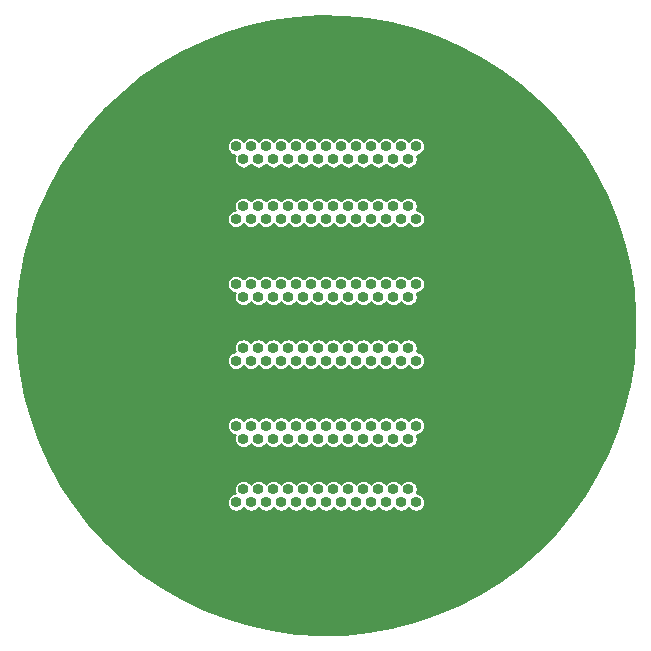
<source format=gbr>
%TF.GenerationSoftware,KiCad,Pcbnew,(5.1.10)-1*%
%TF.CreationDate,2022-07-15T13:11:57-06:00*%
%TF.ProjectId,Sub-D Micro-D 25 Pin Vacuum FeedThru,5375622d-4420-44d6-9963-726f2d442032,rev?*%
%TF.SameCoordinates,Original*%
%TF.FileFunction,Copper,L3,Inr*%
%TF.FilePolarity,Positive*%
%FSLAX46Y46*%
G04 Gerber Fmt 4.6, Leading zero omitted, Abs format (unit mm)*
G04 Created by KiCad (PCBNEW (5.1.10)-1) date 2022-07-15 13:11:57*
%MOMM*%
%LPD*%
G01*
G04 APERTURE LIST*
%TA.AperFunction,ComponentPad*%
%ADD10O,0.920000X0.920000*%
%TD*%
%TA.AperFunction,NonConductor*%
%ADD11C,0.254000*%
%TD*%
%TA.AperFunction,NonConductor*%
%ADD12C,0.100000*%
%TD*%
G04 APERTURE END LIST*
D10*
%TO.N,Net-(J5-Pad13)*%
%TO.C,J6*%
X7620000Y-15000000D03*
%TO.N,Net-(J5-Pad25)*%
X6985000Y-13900000D03*
%TO.N,Net-(J5-Pad12)*%
X6350000Y-15000000D03*
%TO.N,Net-(J5-Pad24)*%
X5715000Y-13900000D03*
%TO.N,Net-(J5-Pad11)*%
X5080000Y-15000000D03*
%TO.N,Net-(J5-Pad23)*%
X4445000Y-13900000D03*
%TO.N,Net-(J5-Pad10)*%
X3810000Y-15000000D03*
%TO.N,Net-(J5-Pad22)*%
X3175000Y-13900000D03*
%TO.N,Net-(J5-Pad9)*%
X2540000Y-15000000D03*
%TO.N,Net-(J5-Pad21)*%
X1905000Y-13900000D03*
%TO.N,Net-(J5-Pad8)*%
X1270000Y-15000000D03*
%TO.N,Net-(J5-Pad20)*%
X635000Y-13900000D03*
%TO.N,Net-(J5-Pad7)*%
X0Y-15000000D03*
%TO.N,Net-(J5-Pad19)*%
X-635000Y-13900000D03*
%TO.N,Net-(J5-Pad6)*%
X-1270000Y-15000000D03*
%TO.N,Net-(J5-Pad18)*%
X-1905000Y-13900000D03*
%TO.N,Net-(J5-Pad5)*%
X-2540000Y-15000000D03*
%TO.N,Net-(J5-Pad17)*%
X-3175000Y-13900000D03*
%TO.N,Net-(J5-Pad4)*%
X-3810000Y-15000000D03*
%TO.N,Net-(J5-Pad16)*%
X-4445000Y-13900000D03*
%TO.N,Net-(J5-Pad3)*%
X-5080000Y-15000000D03*
%TO.N,Net-(J5-Pad15)*%
X-5715000Y-13900000D03*
%TO.N,Net-(J5-Pad2)*%
X-6350000Y-15000000D03*
%TO.N,Net-(J5-Pad14)*%
X-6985000Y-13900000D03*
%TO.N,Net-(J5-Pad1)*%
X-7620000Y-15000000D03*
%TD*%
%TO.N,Net-(J5-Pad13)*%
%TO.C,J5*%
X7620000Y-8500000D03*
%TO.N,Net-(J5-Pad25)*%
X6985000Y-9600000D03*
%TO.N,Net-(J5-Pad12)*%
X6350000Y-8500000D03*
%TO.N,Net-(J5-Pad24)*%
X5715000Y-9600000D03*
%TO.N,Net-(J5-Pad11)*%
X5080000Y-8500000D03*
%TO.N,Net-(J5-Pad23)*%
X4445000Y-9600000D03*
%TO.N,Net-(J5-Pad10)*%
X3810000Y-8500000D03*
%TO.N,Net-(J5-Pad22)*%
X3175000Y-9600000D03*
%TO.N,Net-(J5-Pad9)*%
X2540000Y-8500000D03*
%TO.N,Net-(J5-Pad21)*%
X1905000Y-9600000D03*
%TO.N,Net-(J5-Pad8)*%
X1270000Y-8500000D03*
%TO.N,Net-(J5-Pad20)*%
X635000Y-9600000D03*
%TO.N,Net-(J5-Pad7)*%
X0Y-8500000D03*
%TO.N,Net-(J5-Pad19)*%
X-635000Y-9600000D03*
%TO.N,Net-(J5-Pad6)*%
X-1270000Y-8500000D03*
%TO.N,Net-(J5-Pad18)*%
X-1905000Y-9600000D03*
%TO.N,Net-(J5-Pad5)*%
X-2540000Y-8500000D03*
%TO.N,Net-(J5-Pad17)*%
X-3175000Y-9600000D03*
%TO.N,Net-(J5-Pad4)*%
X-3810000Y-8500000D03*
%TO.N,Net-(J5-Pad16)*%
X-4445000Y-9600000D03*
%TO.N,Net-(J5-Pad3)*%
X-5080000Y-8500000D03*
%TO.N,Net-(J5-Pad15)*%
X-5715000Y-9600000D03*
%TO.N,Net-(J5-Pad2)*%
X-6350000Y-8500000D03*
%TO.N,Net-(J5-Pad14)*%
X-6985000Y-9600000D03*
%TO.N,Net-(J5-Pad1)*%
X-7620000Y-8500000D03*
%TD*%
%TO.N,Net-(J3-Pad13)*%
%TO.C,J4*%
X7620000Y-3000000D03*
%TO.N,Net-(J3-Pad25)*%
X6985000Y-1900000D03*
%TO.N,Net-(J3-Pad12)*%
X6350000Y-3000000D03*
%TO.N,Net-(J3-Pad24)*%
X5715000Y-1900000D03*
%TO.N,Net-(J3-Pad11)*%
X5080000Y-3000000D03*
%TO.N,Net-(J3-Pad23)*%
X4445000Y-1900000D03*
%TO.N,Net-(J3-Pad10)*%
X3810000Y-3000000D03*
%TO.N,Net-(J3-Pad22)*%
X3175000Y-1900000D03*
%TO.N,Net-(J3-Pad9)*%
X2540000Y-3000000D03*
%TO.N,Net-(J3-Pad21)*%
X1905000Y-1900000D03*
%TO.N,Net-(J3-Pad8)*%
X1270000Y-3000000D03*
%TO.N,Net-(J3-Pad20)*%
X635000Y-1900000D03*
%TO.N,Net-(J3-Pad7)*%
X0Y-3000000D03*
%TO.N,Net-(J3-Pad19)*%
X-635000Y-1900000D03*
%TO.N,Net-(J3-Pad6)*%
X-1270000Y-3000000D03*
%TO.N,Net-(J3-Pad18)*%
X-1905000Y-1900000D03*
%TO.N,Net-(J3-Pad5)*%
X-2540000Y-3000000D03*
%TO.N,Net-(J3-Pad17)*%
X-3175000Y-1900000D03*
%TO.N,Net-(J3-Pad4)*%
X-3810000Y-3000000D03*
%TO.N,Net-(J3-Pad16)*%
X-4445000Y-1900000D03*
%TO.N,Net-(J3-Pad3)*%
X-5080000Y-3000000D03*
%TO.N,Net-(J3-Pad15)*%
X-5715000Y-1900000D03*
%TO.N,Net-(J3-Pad2)*%
X-6350000Y-3000000D03*
%TO.N,Net-(J3-Pad14)*%
X-6985000Y-1900000D03*
%TO.N,Net-(J3-Pad1)*%
X-7620000Y-3000000D03*
%TD*%
%TO.N,Net-(J3-Pad13)*%
%TO.C,J3*%
X7620000Y3500000D03*
%TO.N,Net-(J3-Pad25)*%
X6985000Y2400000D03*
%TO.N,Net-(J3-Pad12)*%
X6350000Y3500000D03*
%TO.N,Net-(J3-Pad24)*%
X5715000Y2400000D03*
%TO.N,Net-(J3-Pad11)*%
X5080000Y3500000D03*
%TO.N,Net-(J3-Pad23)*%
X4445000Y2400000D03*
%TO.N,Net-(J3-Pad10)*%
X3810000Y3500000D03*
%TO.N,Net-(J3-Pad22)*%
X3175000Y2400000D03*
%TO.N,Net-(J3-Pad9)*%
X2540000Y3500000D03*
%TO.N,Net-(J3-Pad21)*%
X1905000Y2400000D03*
%TO.N,Net-(J3-Pad8)*%
X1270000Y3500000D03*
%TO.N,Net-(J3-Pad20)*%
X635000Y2400000D03*
%TO.N,Net-(J3-Pad7)*%
X0Y3500000D03*
%TO.N,Net-(J3-Pad19)*%
X-635000Y2400000D03*
%TO.N,Net-(J3-Pad6)*%
X-1270000Y3500000D03*
%TO.N,Net-(J3-Pad18)*%
X-1905000Y2400000D03*
%TO.N,Net-(J3-Pad5)*%
X-2540000Y3500000D03*
%TO.N,Net-(J3-Pad17)*%
X-3175000Y2400000D03*
%TO.N,Net-(J3-Pad4)*%
X-3810000Y3500000D03*
%TO.N,Net-(J3-Pad16)*%
X-4445000Y2400000D03*
%TO.N,Net-(J3-Pad3)*%
X-5080000Y3500000D03*
%TO.N,Net-(J3-Pad15)*%
X-5715000Y2400000D03*
%TO.N,Net-(J3-Pad2)*%
X-6350000Y3500000D03*
%TO.N,Net-(J3-Pad14)*%
X-6985000Y2400000D03*
%TO.N,Net-(J3-Pad1)*%
X-7620000Y3500000D03*
%TD*%
%TO.N,Net-(J1-Pad13)*%
%TO.C,J2*%
X7620000Y9000000D03*
%TO.N,Net-(J1-Pad25)*%
X6985000Y10100000D03*
%TO.N,Net-(J1-Pad12)*%
X6350000Y9000000D03*
%TO.N,Net-(J1-Pad24)*%
X5715000Y10100000D03*
%TO.N,Net-(J1-Pad11)*%
X5080000Y9000000D03*
%TO.N,Net-(J1-Pad23)*%
X4445000Y10100000D03*
%TO.N,Net-(J1-Pad10)*%
X3810000Y9000000D03*
%TO.N,Net-(J1-Pad22)*%
X3175000Y10100000D03*
%TO.N,Net-(J1-Pad9)*%
X2540000Y9000000D03*
%TO.N,Net-(J1-Pad21)*%
X1905000Y10100000D03*
%TO.N,Net-(J1-Pad8)*%
X1270000Y9000000D03*
%TO.N,Net-(J1-Pad20)*%
X635000Y10100000D03*
%TO.N,Net-(J1-Pad7)*%
X0Y9000000D03*
%TO.N,Net-(J1-Pad19)*%
X-635000Y10100000D03*
%TO.N,Net-(J1-Pad6)*%
X-1270000Y9000000D03*
%TO.N,Net-(J1-Pad18)*%
X-1905000Y10100000D03*
%TO.N,Net-(J1-Pad5)*%
X-2540000Y9000000D03*
%TO.N,Net-(J1-Pad17)*%
X-3175000Y10100000D03*
%TO.N,Net-(J1-Pad4)*%
X-3810000Y9000000D03*
%TO.N,Net-(J1-Pad16)*%
X-4445000Y10100000D03*
%TO.N,Net-(J1-Pad3)*%
X-5080000Y9000000D03*
%TO.N,Net-(J1-Pad15)*%
X-5715000Y10100000D03*
%TO.N,Net-(J1-Pad2)*%
X-6350000Y9000000D03*
%TO.N,Net-(J1-Pad14)*%
X-6985000Y10100000D03*
%TO.N,Net-(J1-Pad1)*%
X-7620000Y9000000D03*
%TD*%
%TO.N,Net-(J1-Pad13)*%
%TO.C,J1*%
X7620000Y15150000D03*
%TO.N,Net-(J1-Pad25)*%
X6985000Y14050000D03*
%TO.N,Net-(J1-Pad12)*%
X6350000Y15150000D03*
%TO.N,Net-(J1-Pad24)*%
X5715000Y14050000D03*
%TO.N,Net-(J1-Pad11)*%
X5080000Y15150000D03*
%TO.N,Net-(J1-Pad23)*%
X4445000Y14050000D03*
%TO.N,Net-(J1-Pad10)*%
X3810000Y15150000D03*
%TO.N,Net-(J1-Pad22)*%
X3175000Y14050000D03*
%TO.N,Net-(J1-Pad9)*%
X2540000Y15150000D03*
%TO.N,Net-(J1-Pad21)*%
X1905000Y14050000D03*
%TO.N,Net-(J1-Pad8)*%
X1270000Y15150000D03*
%TO.N,Net-(J1-Pad20)*%
X635000Y14050000D03*
%TO.N,Net-(J1-Pad7)*%
X0Y15150000D03*
%TO.N,Net-(J1-Pad19)*%
X-635000Y14050000D03*
%TO.N,Net-(J1-Pad6)*%
X-1270000Y15150000D03*
%TO.N,Net-(J1-Pad18)*%
X-1905000Y14050000D03*
%TO.N,Net-(J1-Pad5)*%
X-2540000Y15150000D03*
%TO.N,Net-(J1-Pad17)*%
X-3175000Y14050000D03*
%TO.N,Net-(J1-Pad4)*%
X-3810000Y15150000D03*
%TO.N,Net-(J1-Pad16)*%
X-4445000Y14050000D03*
%TO.N,Net-(J1-Pad3)*%
X-5080000Y15150000D03*
%TO.N,Net-(J1-Pad15)*%
X-5715000Y14050000D03*
%TO.N,Net-(J1-Pad2)*%
X-6350000Y15150000D03*
%TO.N,Net-(J1-Pad14)*%
X-6985000Y14050000D03*
%TO.N,Net-(J1-Pad1)*%
X-7620000Y15150000D03*
%TD*%
D11*
X1520371Y26103762D02*
X3538643Y25907449D01*
X5535633Y25555326D01*
X7499331Y25049510D01*
X9417927Y24393043D01*
X11279883Y23589874D01*
X13074000Y22644832D01*
X14789489Y21563602D01*
X16416031Y20352686D01*
X17943846Y19019366D01*
X19363745Y17571662D01*
X20667188Y16018279D01*
X21846335Y14368561D01*
X22894097Y12632428D01*
X23804170Y10820323D01*
X24571083Y8943143D01*
X25190222Y7012177D01*
X25657864Y5039040D01*
X25971197Y3035598D01*
X26128335Y1013898D01*
X26128335Y-1013898D01*
X25971197Y-3035598D01*
X25657864Y-5039040D01*
X25190222Y-7012177D01*
X24571083Y-8943143D01*
X23804170Y-10820323D01*
X22894097Y-12632428D01*
X21846335Y-14368561D01*
X20667188Y-16018279D01*
X19363745Y-17571662D01*
X17943846Y-19019366D01*
X16416031Y-20352686D01*
X14789489Y-21563602D01*
X13074000Y-22644832D01*
X11279883Y-23589874D01*
X9417927Y-24393043D01*
X7499331Y-25049510D01*
X5535633Y-25555326D01*
X3538643Y-25907449D01*
X1520371Y-26103762D01*
X-507045Y-26143083D01*
X-2531411Y-26025178D01*
X-4540553Y-25750753D01*
X-6522387Y-25321461D01*
X-8464995Y-24739882D01*
X-10356694Y-24009515D01*
X-12186106Y-23134751D01*
X-13942230Y-22120853D01*
X-15614503Y-20973917D01*
X-17192869Y-19700842D01*
X-18667835Y-18309283D01*
X-20030530Y-16807610D01*
X-21272760Y-15204855D01*
X-21458476Y-14922487D01*
X-8407000Y-14922487D01*
X-8407000Y-15077513D01*
X-8376756Y-15229559D01*
X-8317430Y-15372784D01*
X-8231303Y-15501683D01*
X-8121683Y-15611303D01*
X-7992784Y-15697430D01*
X-7849559Y-15756756D01*
X-7697513Y-15787000D01*
X-7542487Y-15787000D01*
X-7390441Y-15756756D01*
X-7247216Y-15697430D01*
X-7118317Y-15611303D01*
X-7008697Y-15501683D01*
X-6985000Y-15466218D01*
X-6961303Y-15501683D01*
X-6851683Y-15611303D01*
X-6722784Y-15697430D01*
X-6579559Y-15756756D01*
X-6427513Y-15787000D01*
X-6272487Y-15787000D01*
X-6120441Y-15756756D01*
X-5977216Y-15697430D01*
X-5848317Y-15611303D01*
X-5738697Y-15501683D01*
X-5715000Y-15466218D01*
X-5691303Y-15501683D01*
X-5581683Y-15611303D01*
X-5452784Y-15697430D01*
X-5309559Y-15756756D01*
X-5157513Y-15787000D01*
X-5002487Y-15787000D01*
X-4850441Y-15756756D01*
X-4707216Y-15697430D01*
X-4578317Y-15611303D01*
X-4468697Y-15501683D01*
X-4445000Y-15466218D01*
X-4421303Y-15501683D01*
X-4311683Y-15611303D01*
X-4182784Y-15697430D01*
X-4039559Y-15756756D01*
X-3887513Y-15787000D01*
X-3732487Y-15787000D01*
X-3580441Y-15756756D01*
X-3437216Y-15697430D01*
X-3308317Y-15611303D01*
X-3198697Y-15501683D01*
X-3175000Y-15466218D01*
X-3151303Y-15501683D01*
X-3041683Y-15611303D01*
X-2912784Y-15697430D01*
X-2769559Y-15756756D01*
X-2617513Y-15787000D01*
X-2462487Y-15787000D01*
X-2310441Y-15756756D01*
X-2167216Y-15697430D01*
X-2038317Y-15611303D01*
X-1928697Y-15501683D01*
X-1905000Y-15466218D01*
X-1881303Y-15501683D01*
X-1771683Y-15611303D01*
X-1642784Y-15697430D01*
X-1499559Y-15756756D01*
X-1347513Y-15787000D01*
X-1192487Y-15787000D01*
X-1040441Y-15756756D01*
X-897216Y-15697430D01*
X-768317Y-15611303D01*
X-658697Y-15501683D01*
X-635000Y-15466218D01*
X-611303Y-15501683D01*
X-501683Y-15611303D01*
X-372784Y-15697430D01*
X-229559Y-15756756D01*
X-77513Y-15787000D01*
X77513Y-15787000D01*
X229559Y-15756756D01*
X372784Y-15697430D01*
X501683Y-15611303D01*
X611303Y-15501683D01*
X635000Y-15466218D01*
X658697Y-15501683D01*
X768317Y-15611303D01*
X897216Y-15697430D01*
X1040441Y-15756756D01*
X1192487Y-15787000D01*
X1347513Y-15787000D01*
X1499559Y-15756756D01*
X1642784Y-15697430D01*
X1771683Y-15611303D01*
X1881303Y-15501683D01*
X1905000Y-15466218D01*
X1928697Y-15501683D01*
X2038317Y-15611303D01*
X2167216Y-15697430D01*
X2310441Y-15756756D01*
X2462487Y-15787000D01*
X2617513Y-15787000D01*
X2769559Y-15756756D01*
X2912784Y-15697430D01*
X3041683Y-15611303D01*
X3151303Y-15501683D01*
X3175000Y-15466218D01*
X3198697Y-15501683D01*
X3308317Y-15611303D01*
X3437216Y-15697430D01*
X3580441Y-15756756D01*
X3732487Y-15787000D01*
X3887513Y-15787000D01*
X4039559Y-15756756D01*
X4182784Y-15697430D01*
X4311683Y-15611303D01*
X4421303Y-15501683D01*
X4445000Y-15466218D01*
X4468697Y-15501683D01*
X4578317Y-15611303D01*
X4707216Y-15697430D01*
X4850441Y-15756756D01*
X5002487Y-15787000D01*
X5157513Y-15787000D01*
X5309559Y-15756756D01*
X5452784Y-15697430D01*
X5581683Y-15611303D01*
X5691303Y-15501683D01*
X5715000Y-15466218D01*
X5738697Y-15501683D01*
X5848317Y-15611303D01*
X5977216Y-15697430D01*
X6120441Y-15756756D01*
X6272487Y-15787000D01*
X6427513Y-15787000D01*
X6579559Y-15756756D01*
X6722784Y-15697430D01*
X6851683Y-15611303D01*
X6961303Y-15501683D01*
X6985000Y-15466218D01*
X7008697Y-15501683D01*
X7118317Y-15611303D01*
X7247216Y-15697430D01*
X7390441Y-15756756D01*
X7542487Y-15787000D01*
X7697513Y-15787000D01*
X7849559Y-15756756D01*
X7992784Y-15697430D01*
X8121683Y-15611303D01*
X8231303Y-15501683D01*
X8317430Y-15372784D01*
X8376756Y-15229559D01*
X8407000Y-15077513D01*
X8407000Y-14922487D01*
X8376756Y-14770441D01*
X8317430Y-14627216D01*
X8231303Y-14498317D01*
X8121683Y-14388697D01*
X7992784Y-14302570D01*
X7849559Y-14243244D01*
X7706457Y-14214779D01*
X7741756Y-14129559D01*
X7772000Y-13977513D01*
X7772000Y-13822487D01*
X7741756Y-13670441D01*
X7682430Y-13527216D01*
X7596303Y-13398317D01*
X7486683Y-13288697D01*
X7357784Y-13202570D01*
X7214559Y-13143244D01*
X7062513Y-13113000D01*
X6907487Y-13113000D01*
X6755441Y-13143244D01*
X6612216Y-13202570D01*
X6483317Y-13288697D01*
X6373697Y-13398317D01*
X6350000Y-13433782D01*
X6326303Y-13398317D01*
X6216683Y-13288697D01*
X6087784Y-13202570D01*
X5944559Y-13143244D01*
X5792513Y-13113000D01*
X5637487Y-13113000D01*
X5485441Y-13143244D01*
X5342216Y-13202570D01*
X5213317Y-13288697D01*
X5103697Y-13398317D01*
X5080000Y-13433782D01*
X5056303Y-13398317D01*
X4946683Y-13288697D01*
X4817784Y-13202570D01*
X4674559Y-13143244D01*
X4522513Y-13113000D01*
X4367487Y-13113000D01*
X4215441Y-13143244D01*
X4072216Y-13202570D01*
X3943317Y-13288697D01*
X3833697Y-13398317D01*
X3810000Y-13433782D01*
X3786303Y-13398317D01*
X3676683Y-13288697D01*
X3547784Y-13202570D01*
X3404559Y-13143244D01*
X3252513Y-13113000D01*
X3097487Y-13113000D01*
X2945441Y-13143244D01*
X2802216Y-13202570D01*
X2673317Y-13288697D01*
X2563697Y-13398317D01*
X2540000Y-13433782D01*
X2516303Y-13398317D01*
X2406683Y-13288697D01*
X2277784Y-13202570D01*
X2134559Y-13143244D01*
X1982513Y-13113000D01*
X1827487Y-13113000D01*
X1675441Y-13143244D01*
X1532216Y-13202570D01*
X1403317Y-13288697D01*
X1293697Y-13398317D01*
X1270000Y-13433782D01*
X1246303Y-13398317D01*
X1136683Y-13288697D01*
X1007784Y-13202570D01*
X864559Y-13143244D01*
X712513Y-13113000D01*
X557487Y-13113000D01*
X405441Y-13143244D01*
X262216Y-13202570D01*
X133317Y-13288697D01*
X23697Y-13398317D01*
X0Y-13433782D01*
X-23697Y-13398317D01*
X-133317Y-13288697D01*
X-262216Y-13202570D01*
X-405441Y-13143244D01*
X-557487Y-13113000D01*
X-712513Y-13113000D01*
X-864559Y-13143244D01*
X-1007784Y-13202570D01*
X-1136683Y-13288697D01*
X-1246303Y-13398317D01*
X-1270000Y-13433782D01*
X-1293697Y-13398317D01*
X-1403317Y-13288697D01*
X-1532216Y-13202570D01*
X-1675441Y-13143244D01*
X-1827487Y-13113000D01*
X-1982513Y-13113000D01*
X-2134559Y-13143244D01*
X-2277784Y-13202570D01*
X-2406683Y-13288697D01*
X-2516303Y-13398317D01*
X-2540000Y-13433782D01*
X-2563697Y-13398317D01*
X-2673317Y-13288697D01*
X-2802216Y-13202570D01*
X-2945441Y-13143244D01*
X-3097487Y-13113000D01*
X-3252513Y-13113000D01*
X-3404559Y-13143244D01*
X-3547784Y-13202570D01*
X-3676683Y-13288697D01*
X-3786303Y-13398317D01*
X-3810000Y-13433782D01*
X-3833697Y-13398317D01*
X-3943317Y-13288697D01*
X-4072216Y-13202570D01*
X-4215441Y-13143244D01*
X-4367487Y-13113000D01*
X-4522513Y-13113000D01*
X-4674559Y-13143244D01*
X-4817784Y-13202570D01*
X-4946683Y-13288697D01*
X-5056303Y-13398317D01*
X-5080000Y-13433782D01*
X-5103697Y-13398317D01*
X-5213317Y-13288697D01*
X-5342216Y-13202570D01*
X-5485441Y-13143244D01*
X-5637487Y-13113000D01*
X-5792513Y-13113000D01*
X-5944559Y-13143244D01*
X-6087784Y-13202570D01*
X-6216683Y-13288697D01*
X-6326303Y-13398317D01*
X-6350000Y-13433782D01*
X-6373697Y-13398317D01*
X-6483317Y-13288697D01*
X-6612216Y-13202570D01*
X-6755441Y-13143244D01*
X-6907487Y-13113000D01*
X-7062513Y-13113000D01*
X-7214559Y-13143244D01*
X-7357784Y-13202570D01*
X-7486683Y-13288697D01*
X-7596303Y-13398317D01*
X-7682430Y-13527216D01*
X-7741756Y-13670441D01*
X-7772000Y-13822487D01*
X-7772000Y-13977513D01*
X-7741756Y-14129559D01*
X-7706457Y-14214779D01*
X-7849559Y-14243244D01*
X-7992784Y-14302570D01*
X-8121683Y-14388697D01*
X-8231303Y-14498317D01*
X-8317430Y-14627216D01*
X-8376756Y-14770441D01*
X-8407000Y-14922487D01*
X-21458476Y-14922487D01*
X-22387052Y-13510655D01*
X-23366706Y-11735201D01*
X-24205830Y-9889170D01*
X-24739659Y-8422487D01*
X-8407000Y-8422487D01*
X-8407000Y-8577513D01*
X-8376756Y-8729559D01*
X-8317430Y-8872784D01*
X-8231303Y-9001683D01*
X-8121683Y-9111303D01*
X-7992784Y-9197430D01*
X-7849559Y-9256756D01*
X-7706457Y-9285221D01*
X-7741756Y-9370441D01*
X-7772000Y-9522487D01*
X-7772000Y-9677513D01*
X-7741756Y-9829559D01*
X-7682430Y-9972784D01*
X-7596303Y-10101683D01*
X-7486683Y-10211303D01*
X-7357784Y-10297430D01*
X-7214559Y-10356756D01*
X-7062513Y-10387000D01*
X-6907487Y-10387000D01*
X-6755441Y-10356756D01*
X-6612216Y-10297430D01*
X-6483317Y-10211303D01*
X-6373697Y-10101683D01*
X-6350000Y-10066218D01*
X-6326303Y-10101683D01*
X-6216683Y-10211303D01*
X-6087784Y-10297430D01*
X-5944559Y-10356756D01*
X-5792513Y-10387000D01*
X-5637487Y-10387000D01*
X-5485441Y-10356756D01*
X-5342216Y-10297430D01*
X-5213317Y-10211303D01*
X-5103697Y-10101683D01*
X-5080000Y-10066218D01*
X-5056303Y-10101683D01*
X-4946683Y-10211303D01*
X-4817784Y-10297430D01*
X-4674559Y-10356756D01*
X-4522513Y-10387000D01*
X-4367487Y-10387000D01*
X-4215441Y-10356756D01*
X-4072216Y-10297430D01*
X-3943317Y-10211303D01*
X-3833697Y-10101683D01*
X-3810000Y-10066218D01*
X-3786303Y-10101683D01*
X-3676683Y-10211303D01*
X-3547784Y-10297430D01*
X-3404559Y-10356756D01*
X-3252513Y-10387000D01*
X-3097487Y-10387000D01*
X-2945441Y-10356756D01*
X-2802216Y-10297430D01*
X-2673317Y-10211303D01*
X-2563697Y-10101683D01*
X-2540000Y-10066218D01*
X-2516303Y-10101683D01*
X-2406683Y-10211303D01*
X-2277784Y-10297430D01*
X-2134559Y-10356756D01*
X-1982513Y-10387000D01*
X-1827487Y-10387000D01*
X-1675441Y-10356756D01*
X-1532216Y-10297430D01*
X-1403317Y-10211303D01*
X-1293697Y-10101683D01*
X-1270000Y-10066218D01*
X-1246303Y-10101683D01*
X-1136683Y-10211303D01*
X-1007784Y-10297430D01*
X-864559Y-10356756D01*
X-712513Y-10387000D01*
X-557487Y-10387000D01*
X-405441Y-10356756D01*
X-262216Y-10297430D01*
X-133317Y-10211303D01*
X-23697Y-10101683D01*
X0Y-10066218D01*
X23697Y-10101683D01*
X133317Y-10211303D01*
X262216Y-10297430D01*
X405441Y-10356756D01*
X557487Y-10387000D01*
X712513Y-10387000D01*
X864559Y-10356756D01*
X1007784Y-10297430D01*
X1136683Y-10211303D01*
X1246303Y-10101683D01*
X1270000Y-10066218D01*
X1293697Y-10101683D01*
X1403317Y-10211303D01*
X1532216Y-10297430D01*
X1675441Y-10356756D01*
X1827487Y-10387000D01*
X1982513Y-10387000D01*
X2134559Y-10356756D01*
X2277784Y-10297430D01*
X2406683Y-10211303D01*
X2516303Y-10101683D01*
X2540000Y-10066218D01*
X2563697Y-10101683D01*
X2673317Y-10211303D01*
X2802216Y-10297430D01*
X2945441Y-10356756D01*
X3097487Y-10387000D01*
X3252513Y-10387000D01*
X3404559Y-10356756D01*
X3547784Y-10297430D01*
X3676683Y-10211303D01*
X3786303Y-10101683D01*
X3810000Y-10066218D01*
X3833697Y-10101683D01*
X3943317Y-10211303D01*
X4072216Y-10297430D01*
X4215441Y-10356756D01*
X4367487Y-10387000D01*
X4522513Y-10387000D01*
X4674559Y-10356756D01*
X4817784Y-10297430D01*
X4946683Y-10211303D01*
X5056303Y-10101683D01*
X5080000Y-10066218D01*
X5103697Y-10101683D01*
X5213317Y-10211303D01*
X5342216Y-10297430D01*
X5485441Y-10356756D01*
X5637487Y-10387000D01*
X5792513Y-10387000D01*
X5944559Y-10356756D01*
X6087784Y-10297430D01*
X6216683Y-10211303D01*
X6326303Y-10101683D01*
X6350000Y-10066218D01*
X6373697Y-10101683D01*
X6483317Y-10211303D01*
X6612216Y-10297430D01*
X6755441Y-10356756D01*
X6907487Y-10387000D01*
X7062513Y-10387000D01*
X7214559Y-10356756D01*
X7357784Y-10297430D01*
X7486683Y-10211303D01*
X7596303Y-10101683D01*
X7682430Y-9972784D01*
X7741756Y-9829559D01*
X7772000Y-9677513D01*
X7772000Y-9522487D01*
X7741756Y-9370441D01*
X7706457Y-9285221D01*
X7849559Y-9256756D01*
X7992784Y-9197430D01*
X8121683Y-9111303D01*
X8231303Y-9001683D01*
X8317430Y-8872784D01*
X8376756Y-8729559D01*
X8407000Y-8577513D01*
X8407000Y-8422487D01*
X8376756Y-8270441D01*
X8317430Y-8127216D01*
X8231303Y-7998317D01*
X8121683Y-7888697D01*
X7992784Y-7802570D01*
X7849559Y-7743244D01*
X7697513Y-7713000D01*
X7542487Y-7713000D01*
X7390441Y-7743244D01*
X7247216Y-7802570D01*
X7118317Y-7888697D01*
X7008697Y-7998317D01*
X6985000Y-8033782D01*
X6961303Y-7998317D01*
X6851683Y-7888697D01*
X6722784Y-7802570D01*
X6579559Y-7743244D01*
X6427513Y-7713000D01*
X6272487Y-7713000D01*
X6120441Y-7743244D01*
X5977216Y-7802570D01*
X5848317Y-7888697D01*
X5738697Y-7998317D01*
X5715000Y-8033782D01*
X5691303Y-7998317D01*
X5581683Y-7888697D01*
X5452784Y-7802570D01*
X5309559Y-7743244D01*
X5157513Y-7713000D01*
X5002487Y-7713000D01*
X4850441Y-7743244D01*
X4707216Y-7802570D01*
X4578317Y-7888697D01*
X4468697Y-7998317D01*
X4445000Y-8033782D01*
X4421303Y-7998317D01*
X4311683Y-7888697D01*
X4182784Y-7802570D01*
X4039559Y-7743244D01*
X3887513Y-7713000D01*
X3732487Y-7713000D01*
X3580441Y-7743244D01*
X3437216Y-7802570D01*
X3308317Y-7888697D01*
X3198697Y-7998317D01*
X3175000Y-8033782D01*
X3151303Y-7998317D01*
X3041683Y-7888697D01*
X2912784Y-7802570D01*
X2769559Y-7743244D01*
X2617513Y-7713000D01*
X2462487Y-7713000D01*
X2310441Y-7743244D01*
X2167216Y-7802570D01*
X2038317Y-7888697D01*
X1928697Y-7998317D01*
X1905000Y-8033782D01*
X1881303Y-7998317D01*
X1771683Y-7888697D01*
X1642784Y-7802570D01*
X1499559Y-7743244D01*
X1347513Y-7713000D01*
X1192487Y-7713000D01*
X1040441Y-7743244D01*
X897216Y-7802570D01*
X768317Y-7888697D01*
X658697Y-7998317D01*
X635000Y-8033782D01*
X611303Y-7998317D01*
X501683Y-7888697D01*
X372784Y-7802570D01*
X229559Y-7743244D01*
X77513Y-7713000D01*
X-77513Y-7713000D01*
X-229559Y-7743244D01*
X-372784Y-7802570D01*
X-501683Y-7888697D01*
X-611303Y-7998317D01*
X-635000Y-8033782D01*
X-658697Y-7998317D01*
X-768317Y-7888697D01*
X-897216Y-7802570D01*
X-1040441Y-7743244D01*
X-1192487Y-7713000D01*
X-1347513Y-7713000D01*
X-1499559Y-7743244D01*
X-1642784Y-7802570D01*
X-1771683Y-7888697D01*
X-1881303Y-7998317D01*
X-1905000Y-8033782D01*
X-1928697Y-7998317D01*
X-2038317Y-7888697D01*
X-2167216Y-7802570D01*
X-2310441Y-7743244D01*
X-2462487Y-7713000D01*
X-2617513Y-7713000D01*
X-2769559Y-7743244D01*
X-2912784Y-7802570D01*
X-3041683Y-7888697D01*
X-3151303Y-7998317D01*
X-3175000Y-8033782D01*
X-3198697Y-7998317D01*
X-3308317Y-7888697D01*
X-3437216Y-7802570D01*
X-3580441Y-7743244D01*
X-3732487Y-7713000D01*
X-3887513Y-7713000D01*
X-4039559Y-7743244D01*
X-4182784Y-7802570D01*
X-4311683Y-7888697D01*
X-4421303Y-7998317D01*
X-4445000Y-8033782D01*
X-4468697Y-7998317D01*
X-4578317Y-7888697D01*
X-4707216Y-7802570D01*
X-4850441Y-7743244D01*
X-5002487Y-7713000D01*
X-5157513Y-7713000D01*
X-5309559Y-7743244D01*
X-5452784Y-7802570D01*
X-5581683Y-7888697D01*
X-5691303Y-7998317D01*
X-5715000Y-8033782D01*
X-5738697Y-7998317D01*
X-5848317Y-7888697D01*
X-5977216Y-7802570D01*
X-6120441Y-7743244D01*
X-6272487Y-7713000D01*
X-6427513Y-7713000D01*
X-6579559Y-7743244D01*
X-6722784Y-7802570D01*
X-6851683Y-7888697D01*
X-6961303Y-7998317D01*
X-6985000Y-8033782D01*
X-7008697Y-7998317D01*
X-7118317Y-7888697D01*
X-7247216Y-7802570D01*
X-7390441Y-7743244D01*
X-7542487Y-7713000D01*
X-7697513Y-7713000D01*
X-7849559Y-7743244D01*
X-7992784Y-7802570D01*
X-8121683Y-7888697D01*
X-8231303Y-7998317D01*
X-8317430Y-8127216D01*
X-8376756Y-8270441D01*
X-8407000Y-8422487D01*
X-24739659Y-8422487D01*
X-24899378Y-7983664D01*
X-25443177Y-6030144D01*
X-25833959Y-4040357D01*
X-25964618Y-2922487D01*
X-8407000Y-2922487D01*
X-8407000Y-3077513D01*
X-8376756Y-3229559D01*
X-8317430Y-3372784D01*
X-8231303Y-3501683D01*
X-8121683Y-3611303D01*
X-7992784Y-3697430D01*
X-7849559Y-3756756D01*
X-7697513Y-3787000D01*
X-7542487Y-3787000D01*
X-7390441Y-3756756D01*
X-7247216Y-3697430D01*
X-7118317Y-3611303D01*
X-7008697Y-3501683D01*
X-6985000Y-3466218D01*
X-6961303Y-3501683D01*
X-6851683Y-3611303D01*
X-6722784Y-3697430D01*
X-6579559Y-3756756D01*
X-6427513Y-3787000D01*
X-6272487Y-3787000D01*
X-6120441Y-3756756D01*
X-5977216Y-3697430D01*
X-5848317Y-3611303D01*
X-5738697Y-3501683D01*
X-5715000Y-3466218D01*
X-5691303Y-3501683D01*
X-5581683Y-3611303D01*
X-5452784Y-3697430D01*
X-5309559Y-3756756D01*
X-5157513Y-3787000D01*
X-5002487Y-3787000D01*
X-4850441Y-3756756D01*
X-4707216Y-3697430D01*
X-4578317Y-3611303D01*
X-4468697Y-3501683D01*
X-4445000Y-3466218D01*
X-4421303Y-3501683D01*
X-4311683Y-3611303D01*
X-4182784Y-3697430D01*
X-4039559Y-3756756D01*
X-3887513Y-3787000D01*
X-3732487Y-3787000D01*
X-3580441Y-3756756D01*
X-3437216Y-3697430D01*
X-3308317Y-3611303D01*
X-3198697Y-3501683D01*
X-3175000Y-3466218D01*
X-3151303Y-3501683D01*
X-3041683Y-3611303D01*
X-2912784Y-3697430D01*
X-2769559Y-3756756D01*
X-2617513Y-3787000D01*
X-2462487Y-3787000D01*
X-2310441Y-3756756D01*
X-2167216Y-3697430D01*
X-2038317Y-3611303D01*
X-1928697Y-3501683D01*
X-1905000Y-3466218D01*
X-1881303Y-3501683D01*
X-1771683Y-3611303D01*
X-1642784Y-3697430D01*
X-1499559Y-3756756D01*
X-1347513Y-3787000D01*
X-1192487Y-3787000D01*
X-1040441Y-3756756D01*
X-897216Y-3697430D01*
X-768317Y-3611303D01*
X-658697Y-3501683D01*
X-635000Y-3466218D01*
X-611303Y-3501683D01*
X-501683Y-3611303D01*
X-372784Y-3697430D01*
X-229559Y-3756756D01*
X-77513Y-3787000D01*
X77513Y-3787000D01*
X229559Y-3756756D01*
X372784Y-3697430D01*
X501683Y-3611303D01*
X611303Y-3501683D01*
X635000Y-3466218D01*
X658697Y-3501683D01*
X768317Y-3611303D01*
X897216Y-3697430D01*
X1040441Y-3756756D01*
X1192487Y-3787000D01*
X1347513Y-3787000D01*
X1499559Y-3756756D01*
X1642784Y-3697430D01*
X1771683Y-3611303D01*
X1881303Y-3501683D01*
X1905000Y-3466218D01*
X1928697Y-3501683D01*
X2038317Y-3611303D01*
X2167216Y-3697430D01*
X2310441Y-3756756D01*
X2462487Y-3787000D01*
X2617513Y-3787000D01*
X2769559Y-3756756D01*
X2912784Y-3697430D01*
X3041683Y-3611303D01*
X3151303Y-3501683D01*
X3175000Y-3466218D01*
X3198697Y-3501683D01*
X3308317Y-3611303D01*
X3437216Y-3697430D01*
X3580441Y-3756756D01*
X3732487Y-3787000D01*
X3887513Y-3787000D01*
X4039559Y-3756756D01*
X4182784Y-3697430D01*
X4311683Y-3611303D01*
X4421303Y-3501683D01*
X4445000Y-3466218D01*
X4468697Y-3501683D01*
X4578317Y-3611303D01*
X4707216Y-3697430D01*
X4850441Y-3756756D01*
X5002487Y-3787000D01*
X5157513Y-3787000D01*
X5309559Y-3756756D01*
X5452784Y-3697430D01*
X5581683Y-3611303D01*
X5691303Y-3501683D01*
X5715000Y-3466218D01*
X5738697Y-3501683D01*
X5848317Y-3611303D01*
X5977216Y-3697430D01*
X6120441Y-3756756D01*
X6272487Y-3787000D01*
X6427513Y-3787000D01*
X6579559Y-3756756D01*
X6722784Y-3697430D01*
X6851683Y-3611303D01*
X6961303Y-3501683D01*
X6985000Y-3466218D01*
X7008697Y-3501683D01*
X7118317Y-3611303D01*
X7247216Y-3697430D01*
X7390441Y-3756756D01*
X7542487Y-3787000D01*
X7697513Y-3787000D01*
X7849559Y-3756756D01*
X7992784Y-3697430D01*
X8121683Y-3611303D01*
X8231303Y-3501683D01*
X8317430Y-3372784D01*
X8376756Y-3229559D01*
X8407000Y-3077513D01*
X8407000Y-2922487D01*
X8376756Y-2770441D01*
X8317430Y-2627216D01*
X8231303Y-2498317D01*
X8121683Y-2388697D01*
X7992784Y-2302570D01*
X7849559Y-2243244D01*
X7706457Y-2214779D01*
X7741756Y-2129559D01*
X7772000Y-1977513D01*
X7772000Y-1822487D01*
X7741756Y-1670441D01*
X7682430Y-1527216D01*
X7596303Y-1398317D01*
X7486683Y-1288697D01*
X7357784Y-1202570D01*
X7214559Y-1143244D01*
X7062513Y-1113000D01*
X6907487Y-1113000D01*
X6755441Y-1143244D01*
X6612216Y-1202570D01*
X6483317Y-1288697D01*
X6373697Y-1398317D01*
X6350000Y-1433782D01*
X6326303Y-1398317D01*
X6216683Y-1288697D01*
X6087784Y-1202570D01*
X5944559Y-1143244D01*
X5792513Y-1113000D01*
X5637487Y-1113000D01*
X5485441Y-1143244D01*
X5342216Y-1202570D01*
X5213317Y-1288697D01*
X5103697Y-1398317D01*
X5080000Y-1433782D01*
X5056303Y-1398317D01*
X4946683Y-1288697D01*
X4817784Y-1202570D01*
X4674559Y-1143244D01*
X4522513Y-1113000D01*
X4367487Y-1113000D01*
X4215441Y-1143244D01*
X4072216Y-1202570D01*
X3943317Y-1288697D01*
X3833697Y-1398317D01*
X3810000Y-1433782D01*
X3786303Y-1398317D01*
X3676683Y-1288697D01*
X3547784Y-1202570D01*
X3404559Y-1143244D01*
X3252513Y-1113000D01*
X3097487Y-1113000D01*
X2945441Y-1143244D01*
X2802216Y-1202570D01*
X2673317Y-1288697D01*
X2563697Y-1398317D01*
X2540000Y-1433782D01*
X2516303Y-1398317D01*
X2406683Y-1288697D01*
X2277784Y-1202570D01*
X2134559Y-1143244D01*
X1982513Y-1113000D01*
X1827487Y-1113000D01*
X1675441Y-1143244D01*
X1532216Y-1202570D01*
X1403317Y-1288697D01*
X1293697Y-1398317D01*
X1270000Y-1433782D01*
X1246303Y-1398317D01*
X1136683Y-1288697D01*
X1007784Y-1202570D01*
X864559Y-1143244D01*
X712513Y-1113000D01*
X557487Y-1113000D01*
X405441Y-1143244D01*
X262216Y-1202570D01*
X133317Y-1288697D01*
X23697Y-1398317D01*
X0Y-1433782D01*
X-23697Y-1398317D01*
X-133317Y-1288697D01*
X-262216Y-1202570D01*
X-405441Y-1143244D01*
X-557487Y-1113000D01*
X-712513Y-1113000D01*
X-864559Y-1143244D01*
X-1007784Y-1202570D01*
X-1136683Y-1288697D01*
X-1246303Y-1398317D01*
X-1270000Y-1433782D01*
X-1293697Y-1398317D01*
X-1403317Y-1288697D01*
X-1532216Y-1202570D01*
X-1675441Y-1143244D01*
X-1827487Y-1113000D01*
X-1982513Y-1113000D01*
X-2134559Y-1143244D01*
X-2277784Y-1202570D01*
X-2406683Y-1288697D01*
X-2516303Y-1398317D01*
X-2540000Y-1433782D01*
X-2563697Y-1398317D01*
X-2673317Y-1288697D01*
X-2802216Y-1202570D01*
X-2945441Y-1143244D01*
X-3097487Y-1113000D01*
X-3252513Y-1113000D01*
X-3404559Y-1143244D01*
X-3547784Y-1202570D01*
X-3676683Y-1288697D01*
X-3786303Y-1398317D01*
X-3810000Y-1433782D01*
X-3833697Y-1398317D01*
X-3943317Y-1288697D01*
X-4072216Y-1202570D01*
X-4215441Y-1143244D01*
X-4367487Y-1113000D01*
X-4522513Y-1113000D01*
X-4674559Y-1143244D01*
X-4817784Y-1202570D01*
X-4946683Y-1288697D01*
X-5056303Y-1398317D01*
X-5080000Y-1433782D01*
X-5103697Y-1398317D01*
X-5213317Y-1288697D01*
X-5342216Y-1202570D01*
X-5485441Y-1143244D01*
X-5637487Y-1113000D01*
X-5792513Y-1113000D01*
X-5944559Y-1143244D01*
X-6087784Y-1202570D01*
X-6216683Y-1288697D01*
X-6326303Y-1398317D01*
X-6350000Y-1433782D01*
X-6373697Y-1398317D01*
X-6483317Y-1288697D01*
X-6612216Y-1202570D01*
X-6755441Y-1143244D01*
X-6907487Y-1113000D01*
X-7062513Y-1113000D01*
X-7214559Y-1143244D01*
X-7357784Y-1202570D01*
X-7486683Y-1288697D01*
X-7596303Y-1398317D01*
X-7682430Y-1527216D01*
X-7741756Y-1670441D01*
X-7772000Y-1822487D01*
X-7772000Y-1977513D01*
X-7741756Y-2129559D01*
X-7706457Y-2214779D01*
X-7849559Y-2243244D01*
X-7992784Y-2302570D01*
X-8121683Y-2388697D01*
X-8231303Y-2498317D01*
X-8317430Y-2627216D01*
X-8376756Y-2770441D01*
X-8407000Y-2922487D01*
X-25964618Y-2922487D01*
X-26069371Y-2026272D01*
X-26148000Y0D01*
X-26069371Y2026272D01*
X-25888058Y3577513D01*
X-8407000Y3577513D01*
X-8407000Y3422487D01*
X-8376756Y3270441D01*
X-8317430Y3127216D01*
X-8231303Y2998317D01*
X-8121683Y2888697D01*
X-7992784Y2802570D01*
X-7849559Y2743244D01*
X-7706457Y2714779D01*
X-7741756Y2629559D01*
X-7772000Y2477513D01*
X-7772000Y2322487D01*
X-7741756Y2170441D01*
X-7682430Y2027216D01*
X-7596303Y1898317D01*
X-7486683Y1788697D01*
X-7357784Y1702570D01*
X-7214559Y1643244D01*
X-7062513Y1613000D01*
X-6907487Y1613000D01*
X-6755441Y1643244D01*
X-6612216Y1702570D01*
X-6483317Y1788697D01*
X-6373697Y1898317D01*
X-6350000Y1933782D01*
X-6326303Y1898317D01*
X-6216683Y1788697D01*
X-6087784Y1702570D01*
X-5944559Y1643244D01*
X-5792513Y1613000D01*
X-5637487Y1613000D01*
X-5485441Y1643244D01*
X-5342216Y1702570D01*
X-5213317Y1788697D01*
X-5103697Y1898317D01*
X-5080000Y1933782D01*
X-5056303Y1898317D01*
X-4946683Y1788697D01*
X-4817784Y1702570D01*
X-4674559Y1643244D01*
X-4522513Y1613000D01*
X-4367487Y1613000D01*
X-4215441Y1643244D01*
X-4072216Y1702570D01*
X-3943317Y1788697D01*
X-3833697Y1898317D01*
X-3810000Y1933782D01*
X-3786303Y1898317D01*
X-3676683Y1788697D01*
X-3547784Y1702570D01*
X-3404559Y1643244D01*
X-3252513Y1613000D01*
X-3097487Y1613000D01*
X-2945441Y1643244D01*
X-2802216Y1702570D01*
X-2673317Y1788697D01*
X-2563697Y1898317D01*
X-2540000Y1933782D01*
X-2516303Y1898317D01*
X-2406683Y1788697D01*
X-2277784Y1702570D01*
X-2134559Y1643244D01*
X-1982513Y1613000D01*
X-1827487Y1613000D01*
X-1675441Y1643244D01*
X-1532216Y1702570D01*
X-1403317Y1788697D01*
X-1293697Y1898317D01*
X-1270000Y1933782D01*
X-1246303Y1898317D01*
X-1136683Y1788697D01*
X-1007784Y1702570D01*
X-864559Y1643244D01*
X-712513Y1613000D01*
X-557487Y1613000D01*
X-405441Y1643244D01*
X-262216Y1702570D01*
X-133317Y1788697D01*
X-23697Y1898317D01*
X0Y1933782D01*
X23697Y1898317D01*
X133317Y1788697D01*
X262216Y1702570D01*
X405441Y1643244D01*
X557487Y1613000D01*
X712513Y1613000D01*
X864559Y1643244D01*
X1007784Y1702570D01*
X1136683Y1788697D01*
X1246303Y1898317D01*
X1270000Y1933782D01*
X1293697Y1898317D01*
X1403317Y1788697D01*
X1532216Y1702570D01*
X1675441Y1643244D01*
X1827487Y1613000D01*
X1982513Y1613000D01*
X2134559Y1643244D01*
X2277784Y1702570D01*
X2406683Y1788697D01*
X2516303Y1898317D01*
X2540000Y1933782D01*
X2563697Y1898317D01*
X2673317Y1788697D01*
X2802216Y1702570D01*
X2945441Y1643244D01*
X3097487Y1613000D01*
X3252513Y1613000D01*
X3404559Y1643244D01*
X3547784Y1702570D01*
X3676683Y1788697D01*
X3786303Y1898317D01*
X3810000Y1933782D01*
X3833697Y1898317D01*
X3943317Y1788697D01*
X4072216Y1702570D01*
X4215441Y1643244D01*
X4367487Y1613000D01*
X4522513Y1613000D01*
X4674559Y1643244D01*
X4817784Y1702570D01*
X4946683Y1788697D01*
X5056303Y1898317D01*
X5080000Y1933782D01*
X5103697Y1898317D01*
X5213317Y1788697D01*
X5342216Y1702570D01*
X5485441Y1643244D01*
X5637487Y1613000D01*
X5792513Y1613000D01*
X5944559Y1643244D01*
X6087784Y1702570D01*
X6216683Y1788697D01*
X6326303Y1898317D01*
X6350000Y1933782D01*
X6373697Y1898317D01*
X6483317Y1788697D01*
X6612216Y1702570D01*
X6755441Y1643244D01*
X6907487Y1613000D01*
X7062513Y1613000D01*
X7214559Y1643244D01*
X7357784Y1702570D01*
X7486683Y1788697D01*
X7596303Y1898317D01*
X7682430Y2027216D01*
X7741756Y2170441D01*
X7772000Y2322487D01*
X7772000Y2477513D01*
X7741756Y2629559D01*
X7706457Y2714779D01*
X7849559Y2743244D01*
X7992784Y2802570D01*
X8121683Y2888697D01*
X8231303Y2998317D01*
X8317430Y3127216D01*
X8376756Y3270441D01*
X8407000Y3422487D01*
X8407000Y3577513D01*
X8376756Y3729559D01*
X8317430Y3872784D01*
X8231303Y4001683D01*
X8121683Y4111303D01*
X7992784Y4197430D01*
X7849559Y4256756D01*
X7697513Y4287000D01*
X7542487Y4287000D01*
X7390441Y4256756D01*
X7247216Y4197430D01*
X7118317Y4111303D01*
X7008697Y4001683D01*
X6985000Y3966218D01*
X6961303Y4001683D01*
X6851683Y4111303D01*
X6722784Y4197430D01*
X6579559Y4256756D01*
X6427513Y4287000D01*
X6272487Y4287000D01*
X6120441Y4256756D01*
X5977216Y4197430D01*
X5848317Y4111303D01*
X5738697Y4001683D01*
X5715000Y3966218D01*
X5691303Y4001683D01*
X5581683Y4111303D01*
X5452784Y4197430D01*
X5309559Y4256756D01*
X5157513Y4287000D01*
X5002487Y4287000D01*
X4850441Y4256756D01*
X4707216Y4197430D01*
X4578317Y4111303D01*
X4468697Y4001683D01*
X4445000Y3966218D01*
X4421303Y4001683D01*
X4311683Y4111303D01*
X4182784Y4197430D01*
X4039559Y4256756D01*
X3887513Y4287000D01*
X3732487Y4287000D01*
X3580441Y4256756D01*
X3437216Y4197430D01*
X3308317Y4111303D01*
X3198697Y4001683D01*
X3175000Y3966218D01*
X3151303Y4001683D01*
X3041683Y4111303D01*
X2912784Y4197430D01*
X2769559Y4256756D01*
X2617513Y4287000D01*
X2462487Y4287000D01*
X2310441Y4256756D01*
X2167216Y4197430D01*
X2038317Y4111303D01*
X1928697Y4001683D01*
X1905000Y3966218D01*
X1881303Y4001683D01*
X1771683Y4111303D01*
X1642784Y4197430D01*
X1499559Y4256756D01*
X1347513Y4287000D01*
X1192487Y4287000D01*
X1040441Y4256756D01*
X897216Y4197430D01*
X768317Y4111303D01*
X658697Y4001683D01*
X635000Y3966218D01*
X611303Y4001683D01*
X501683Y4111303D01*
X372784Y4197430D01*
X229559Y4256756D01*
X77513Y4287000D01*
X-77513Y4287000D01*
X-229559Y4256756D01*
X-372784Y4197430D01*
X-501683Y4111303D01*
X-611303Y4001683D01*
X-635000Y3966218D01*
X-658697Y4001683D01*
X-768317Y4111303D01*
X-897216Y4197430D01*
X-1040441Y4256756D01*
X-1192487Y4287000D01*
X-1347513Y4287000D01*
X-1499559Y4256756D01*
X-1642784Y4197430D01*
X-1771683Y4111303D01*
X-1881303Y4001683D01*
X-1905000Y3966218D01*
X-1928697Y4001683D01*
X-2038317Y4111303D01*
X-2167216Y4197430D01*
X-2310441Y4256756D01*
X-2462487Y4287000D01*
X-2617513Y4287000D01*
X-2769559Y4256756D01*
X-2912784Y4197430D01*
X-3041683Y4111303D01*
X-3151303Y4001683D01*
X-3175000Y3966218D01*
X-3198697Y4001683D01*
X-3308317Y4111303D01*
X-3437216Y4197430D01*
X-3580441Y4256756D01*
X-3732487Y4287000D01*
X-3887513Y4287000D01*
X-4039559Y4256756D01*
X-4182784Y4197430D01*
X-4311683Y4111303D01*
X-4421303Y4001683D01*
X-4445000Y3966218D01*
X-4468697Y4001683D01*
X-4578317Y4111303D01*
X-4707216Y4197430D01*
X-4850441Y4256756D01*
X-5002487Y4287000D01*
X-5157513Y4287000D01*
X-5309559Y4256756D01*
X-5452784Y4197430D01*
X-5581683Y4111303D01*
X-5691303Y4001683D01*
X-5715000Y3966218D01*
X-5738697Y4001683D01*
X-5848317Y4111303D01*
X-5977216Y4197430D01*
X-6120441Y4256756D01*
X-6272487Y4287000D01*
X-6427513Y4287000D01*
X-6579559Y4256756D01*
X-6722784Y4197430D01*
X-6851683Y4111303D01*
X-6961303Y4001683D01*
X-6985000Y3966218D01*
X-7008697Y4001683D01*
X-7118317Y4111303D01*
X-7247216Y4197430D01*
X-7390441Y4256756D01*
X-7542487Y4287000D01*
X-7697513Y4287000D01*
X-7849559Y4256756D01*
X-7992784Y4197430D01*
X-8121683Y4111303D01*
X-8231303Y4001683D01*
X-8317430Y3872784D01*
X-8376756Y3729559D01*
X-8407000Y3577513D01*
X-25888058Y3577513D01*
X-25833959Y4040357D01*
X-25443177Y6030144D01*
X-24899378Y7983664D01*
X-24501250Y9077513D01*
X-8407000Y9077513D01*
X-8407000Y8922487D01*
X-8376756Y8770441D01*
X-8317430Y8627216D01*
X-8231303Y8498317D01*
X-8121683Y8388697D01*
X-7992784Y8302570D01*
X-7849559Y8243244D01*
X-7697513Y8213000D01*
X-7542487Y8213000D01*
X-7390441Y8243244D01*
X-7247216Y8302570D01*
X-7118317Y8388697D01*
X-7008697Y8498317D01*
X-6985000Y8533782D01*
X-6961303Y8498317D01*
X-6851683Y8388697D01*
X-6722784Y8302570D01*
X-6579559Y8243244D01*
X-6427513Y8213000D01*
X-6272487Y8213000D01*
X-6120441Y8243244D01*
X-5977216Y8302570D01*
X-5848317Y8388697D01*
X-5738697Y8498317D01*
X-5715000Y8533782D01*
X-5691303Y8498317D01*
X-5581683Y8388697D01*
X-5452784Y8302570D01*
X-5309559Y8243244D01*
X-5157513Y8213000D01*
X-5002487Y8213000D01*
X-4850441Y8243244D01*
X-4707216Y8302570D01*
X-4578317Y8388697D01*
X-4468697Y8498317D01*
X-4445000Y8533782D01*
X-4421303Y8498317D01*
X-4311683Y8388697D01*
X-4182784Y8302570D01*
X-4039559Y8243244D01*
X-3887513Y8213000D01*
X-3732487Y8213000D01*
X-3580441Y8243244D01*
X-3437216Y8302570D01*
X-3308317Y8388697D01*
X-3198697Y8498317D01*
X-3175000Y8533782D01*
X-3151303Y8498317D01*
X-3041683Y8388697D01*
X-2912784Y8302570D01*
X-2769559Y8243244D01*
X-2617513Y8213000D01*
X-2462487Y8213000D01*
X-2310441Y8243244D01*
X-2167216Y8302570D01*
X-2038317Y8388697D01*
X-1928697Y8498317D01*
X-1905000Y8533782D01*
X-1881303Y8498317D01*
X-1771683Y8388697D01*
X-1642784Y8302570D01*
X-1499559Y8243244D01*
X-1347513Y8213000D01*
X-1192487Y8213000D01*
X-1040441Y8243244D01*
X-897216Y8302570D01*
X-768317Y8388697D01*
X-658697Y8498317D01*
X-635000Y8533782D01*
X-611303Y8498317D01*
X-501683Y8388697D01*
X-372784Y8302570D01*
X-229559Y8243244D01*
X-77513Y8213000D01*
X77513Y8213000D01*
X229559Y8243244D01*
X372784Y8302570D01*
X501683Y8388697D01*
X611303Y8498317D01*
X635000Y8533782D01*
X658697Y8498317D01*
X768317Y8388697D01*
X897216Y8302570D01*
X1040441Y8243244D01*
X1192487Y8213000D01*
X1347513Y8213000D01*
X1499559Y8243244D01*
X1642784Y8302570D01*
X1771683Y8388697D01*
X1881303Y8498317D01*
X1905000Y8533782D01*
X1928697Y8498317D01*
X2038317Y8388697D01*
X2167216Y8302570D01*
X2310441Y8243244D01*
X2462487Y8213000D01*
X2617513Y8213000D01*
X2769559Y8243244D01*
X2912784Y8302570D01*
X3041683Y8388697D01*
X3151303Y8498317D01*
X3175000Y8533782D01*
X3198697Y8498317D01*
X3308317Y8388697D01*
X3437216Y8302570D01*
X3580441Y8243244D01*
X3732487Y8213000D01*
X3887513Y8213000D01*
X4039559Y8243244D01*
X4182784Y8302570D01*
X4311683Y8388697D01*
X4421303Y8498317D01*
X4445000Y8533782D01*
X4468697Y8498317D01*
X4578317Y8388697D01*
X4707216Y8302570D01*
X4850441Y8243244D01*
X5002487Y8213000D01*
X5157513Y8213000D01*
X5309559Y8243244D01*
X5452784Y8302570D01*
X5581683Y8388697D01*
X5691303Y8498317D01*
X5715000Y8533782D01*
X5738697Y8498317D01*
X5848317Y8388697D01*
X5977216Y8302570D01*
X6120441Y8243244D01*
X6272487Y8213000D01*
X6427513Y8213000D01*
X6579559Y8243244D01*
X6722784Y8302570D01*
X6851683Y8388697D01*
X6961303Y8498317D01*
X6985000Y8533782D01*
X7008697Y8498317D01*
X7118317Y8388697D01*
X7247216Y8302570D01*
X7390441Y8243244D01*
X7542487Y8213000D01*
X7697513Y8213000D01*
X7849559Y8243244D01*
X7992784Y8302570D01*
X8121683Y8388697D01*
X8231303Y8498317D01*
X8317430Y8627216D01*
X8376756Y8770441D01*
X8407000Y8922487D01*
X8407000Y9077513D01*
X8376756Y9229559D01*
X8317430Y9372784D01*
X8231303Y9501683D01*
X8121683Y9611303D01*
X7992784Y9697430D01*
X7849559Y9756756D01*
X7706457Y9785221D01*
X7741756Y9870441D01*
X7772000Y10022487D01*
X7772000Y10177513D01*
X7741756Y10329559D01*
X7682430Y10472784D01*
X7596303Y10601683D01*
X7486683Y10711303D01*
X7357784Y10797430D01*
X7214559Y10856756D01*
X7062513Y10887000D01*
X6907487Y10887000D01*
X6755441Y10856756D01*
X6612216Y10797430D01*
X6483317Y10711303D01*
X6373697Y10601683D01*
X6350000Y10566218D01*
X6326303Y10601683D01*
X6216683Y10711303D01*
X6087784Y10797430D01*
X5944559Y10856756D01*
X5792513Y10887000D01*
X5637487Y10887000D01*
X5485441Y10856756D01*
X5342216Y10797430D01*
X5213317Y10711303D01*
X5103697Y10601683D01*
X5080000Y10566218D01*
X5056303Y10601683D01*
X4946683Y10711303D01*
X4817784Y10797430D01*
X4674559Y10856756D01*
X4522513Y10887000D01*
X4367487Y10887000D01*
X4215441Y10856756D01*
X4072216Y10797430D01*
X3943317Y10711303D01*
X3833697Y10601683D01*
X3810000Y10566218D01*
X3786303Y10601683D01*
X3676683Y10711303D01*
X3547784Y10797430D01*
X3404559Y10856756D01*
X3252513Y10887000D01*
X3097487Y10887000D01*
X2945441Y10856756D01*
X2802216Y10797430D01*
X2673317Y10711303D01*
X2563697Y10601683D01*
X2540000Y10566218D01*
X2516303Y10601683D01*
X2406683Y10711303D01*
X2277784Y10797430D01*
X2134559Y10856756D01*
X1982513Y10887000D01*
X1827487Y10887000D01*
X1675441Y10856756D01*
X1532216Y10797430D01*
X1403317Y10711303D01*
X1293697Y10601683D01*
X1270000Y10566218D01*
X1246303Y10601683D01*
X1136683Y10711303D01*
X1007784Y10797430D01*
X864559Y10856756D01*
X712513Y10887000D01*
X557487Y10887000D01*
X405441Y10856756D01*
X262216Y10797430D01*
X133317Y10711303D01*
X23697Y10601683D01*
X0Y10566218D01*
X-23697Y10601683D01*
X-133317Y10711303D01*
X-262216Y10797430D01*
X-405441Y10856756D01*
X-557487Y10887000D01*
X-712513Y10887000D01*
X-864559Y10856756D01*
X-1007784Y10797430D01*
X-1136683Y10711303D01*
X-1246303Y10601683D01*
X-1270000Y10566218D01*
X-1293697Y10601683D01*
X-1403317Y10711303D01*
X-1532216Y10797430D01*
X-1675441Y10856756D01*
X-1827487Y10887000D01*
X-1982513Y10887000D01*
X-2134559Y10856756D01*
X-2277784Y10797430D01*
X-2406683Y10711303D01*
X-2516303Y10601683D01*
X-2540000Y10566218D01*
X-2563697Y10601683D01*
X-2673317Y10711303D01*
X-2802216Y10797430D01*
X-2945441Y10856756D01*
X-3097487Y10887000D01*
X-3252513Y10887000D01*
X-3404559Y10856756D01*
X-3547784Y10797430D01*
X-3676683Y10711303D01*
X-3786303Y10601683D01*
X-3810000Y10566218D01*
X-3833697Y10601683D01*
X-3943317Y10711303D01*
X-4072216Y10797430D01*
X-4215441Y10856756D01*
X-4367487Y10887000D01*
X-4522513Y10887000D01*
X-4674559Y10856756D01*
X-4817784Y10797430D01*
X-4946683Y10711303D01*
X-5056303Y10601683D01*
X-5080000Y10566218D01*
X-5103697Y10601683D01*
X-5213317Y10711303D01*
X-5342216Y10797430D01*
X-5485441Y10856756D01*
X-5637487Y10887000D01*
X-5792513Y10887000D01*
X-5944559Y10856756D01*
X-6087784Y10797430D01*
X-6216683Y10711303D01*
X-6326303Y10601683D01*
X-6350000Y10566218D01*
X-6373697Y10601683D01*
X-6483317Y10711303D01*
X-6612216Y10797430D01*
X-6755441Y10856756D01*
X-6907487Y10887000D01*
X-7062513Y10887000D01*
X-7214559Y10856756D01*
X-7357784Y10797430D01*
X-7486683Y10711303D01*
X-7596303Y10601683D01*
X-7682430Y10472784D01*
X-7741756Y10329559D01*
X-7772000Y10177513D01*
X-7772000Y10022487D01*
X-7741756Y9870441D01*
X-7706457Y9785221D01*
X-7849559Y9756756D01*
X-7992784Y9697430D01*
X-8121683Y9611303D01*
X-8231303Y9501683D01*
X-8317430Y9372784D01*
X-8376756Y9229559D01*
X-8407000Y9077513D01*
X-24501250Y9077513D01*
X-24205830Y9889170D01*
X-23366706Y11735201D01*
X-22387052Y13510655D01*
X-21272760Y15204855D01*
X-21255199Y15227513D01*
X-8407000Y15227513D01*
X-8407000Y15072487D01*
X-8376756Y14920441D01*
X-8317430Y14777216D01*
X-8231303Y14648317D01*
X-8121683Y14538697D01*
X-7992784Y14452570D01*
X-7849559Y14393244D01*
X-7706457Y14364779D01*
X-7741756Y14279559D01*
X-7772000Y14127513D01*
X-7772000Y13972487D01*
X-7741756Y13820441D01*
X-7682430Y13677216D01*
X-7596303Y13548317D01*
X-7486683Y13438697D01*
X-7357784Y13352570D01*
X-7214559Y13293244D01*
X-7062513Y13263000D01*
X-6907487Y13263000D01*
X-6755441Y13293244D01*
X-6612216Y13352570D01*
X-6483317Y13438697D01*
X-6373697Y13548317D01*
X-6350000Y13583782D01*
X-6326303Y13548317D01*
X-6216683Y13438697D01*
X-6087784Y13352570D01*
X-5944559Y13293244D01*
X-5792513Y13263000D01*
X-5637487Y13263000D01*
X-5485441Y13293244D01*
X-5342216Y13352570D01*
X-5213317Y13438697D01*
X-5103697Y13548317D01*
X-5080000Y13583782D01*
X-5056303Y13548317D01*
X-4946683Y13438697D01*
X-4817784Y13352570D01*
X-4674559Y13293244D01*
X-4522513Y13263000D01*
X-4367487Y13263000D01*
X-4215441Y13293244D01*
X-4072216Y13352570D01*
X-3943317Y13438697D01*
X-3833697Y13548317D01*
X-3810000Y13583782D01*
X-3786303Y13548317D01*
X-3676683Y13438697D01*
X-3547784Y13352570D01*
X-3404559Y13293244D01*
X-3252513Y13263000D01*
X-3097487Y13263000D01*
X-2945441Y13293244D01*
X-2802216Y13352570D01*
X-2673317Y13438697D01*
X-2563697Y13548317D01*
X-2540000Y13583782D01*
X-2516303Y13548317D01*
X-2406683Y13438697D01*
X-2277784Y13352570D01*
X-2134559Y13293244D01*
X-1982513Y13263000D01*
X-1827487Y13263000D01*
X-1675441Y13293244D01*
X-1532216Y13352570D01*
X-1403317Y13438697D01*
X-1293697Y13548317D01*
X-1270000Y13583782D01*
X-1246303Y13548317D01*
X-1136683Y13438697D01*
X-1007784Y13352570D01*
X-864559Y13293244D01*
X-712513Y13263000D01*
X-557487Y13263000D01*
X-405441Y13293244D01*
X-262216Y13352570D01*
X-133317Y13438697D01*
X-23697Y13548317D01*
X0Y13583782D01*
X23697Y13548317D01*
X133317Y13438697D01*
X262216Y13352570D01*
X405441Y13293244D01*
X557487Y13263000D01*
X712513Y13263000D01*
X864559Y13293244D01*
X1007784Y13352570D01*
X1136683Y13438697D01*
X1246303Y13548317D01*
X1270000Y13583782D01*
X1293697Y13548317D01*
X1403317Y13438697D01*
X1532216Y13352570D01*
X1675441Y13293244D01*
X1827487Y13263000D01*
X1982513Y13263000D01*
X2134559Y13293244D01*
X2277784Y13352570D01*
X2406683Y13438697D01*
X2516303Y13548317D01*
X2540000Y13583782D01*
X2563697Y13548317D01*
X2673317Y13438697D01*
X2802216Y13352570D01*
X2945441Y13293244D01*
X3097487Y13263000D01*
X3252513Y13263000D01*
X3404559Y13293244D01*
X3547784Y13352570D01*
X3676683Y13438697D01*
X3786303Y13548317D01*
X3810000Y13583782D01*
X3833697Y13548317D01*
X3943317Y13438697D01*
X4072216Y13352570D01*
X4215441Y13293244D01*
X4367487Y13263000D01*
X4522513Y13263000D01*
X4674559Y13293244D01*
X4817784Y13352570D01*
X4946683Y13438697D01*
X5056303Y13548317D01*
X5080000Y13583782D01*
X5103697Y13548317D01*
X5213317Y13438697D01*
X5342216Y13352570D01*
X5485441Y13293244D01*
X5637487Y13263000D01*
X5792513Y13263000D01*
X5944559Y13293244D01*
X6087784Y13352570D01*
X6216683Y13438697D01*
X6326303Y13548317D01*
X6350000Y13583782D01*
X6373697Y13548317D01*
X6483317Y13438697D01*
X6612216Y13352570D01*
X6755441Y13293244D01*
X6907487Y13263000D01*
X7062513Y13263000D01*
X7214559Y13293244D01*
X7357784Y13352570D01*
X7486683Y13438697D01*
X7596303Y13548317D01*
X7682430Y13677216D01*
X7741756Y13820441D01*
X7772000Y13972487D01*
X7772000Y14127513D01*
X7741756Y14279559D01*
X7706457Y14364779D01*
X7849559Y14393244D01*
X7992784Y14452570D01*
X8121683Y14538697D01*
X8231303Y14648317D01*
X8317430Y14777216D01*
X8376756Y14920441D01*
X8407000Y15072487D01*
X8407000Y15227513D01*
X8376756Y15379559D01*
X8317430Y15522784D01*
X8231303Y15651683D01*
X8121683Y15761303D01*
X7992784Y15847430D01*
X7849559Y15906756D01*
X7697513Y15937000D01*
X7542487Y15937000D01*
X7390441Y15906756D01*
X7247216Y15847430D01*
X7118317Y15761303D01*
X7008697Y15651683D01*
X6985000Y15616218D01*
X6961303Y15651683D01*
X6851683Y15761303D01*
X6722784Y15847430D01*
X6579559Y15906756D01*
X6427513Y15937000D01*
X6272487Y15937000D01*
X6120441Y15906756D01*
X5977216Y15847430D01*
X5848317Y15761303D01*
X5738697Y15651683D01*
X5715000Y15616218D01*
X5691303Y15651683D01*
X5581683Y15761303D01*
X5452784Y15847430D01*
X5309559Y15906756D01*
X5157513Y15937000D01*
X5002487Y15937000D01*
X4850441Y15906756D01*
X4707216Y15847430D01*
X4578317Y15761303D01*
X4468697Y15651683D01*
X4445000Y15616218D01*
X4421303Y15651683D01*
X4311683Y15761303D01*
X4182784Y15847430D01*
X4039559Y15906756D01*
X3887513Y15937000D01*
X3732487Y15937000D01*
X3580441Y15906756D01*
X3437216Y15847430D01*
X3308317Y15761303D01*
X3198697Y15651683D01*
X3175000Y15616218D01*
X3151303Y15651683D01*
X3041683Y15761303D01*
X2912784Y15847430D01*
X2769559Y15906756D01*
X2617513Y15937000D01*
X2462487Y15937000D01*
X2310441Y15906756D01*
X2167216Y15847430D01*
X2038317Y15761303D01*
X1928697Y15651683D01*
X1905000Y15616218D01*
X1881303Y15651683D01*
X1771683Y15761303D01*
X1642784Y15847430D01*
X1499559Y15906756D01*
X1347513Y15937000D01*
X1192487Y15937000D01*
X1040441Y15906756D01*
X897216Y15847430D01*
X768317Y15761303D01*
X658697Y15651683D01*
X635000Y15616218D01*
X611303Y15651683D01*
X501683Y15761303D01*
X372784Y15847430D01*
X229559Y15906756D01*
X77513Y15937000D01*
X-77513Y15937000D01*
X-229559Y15906756D01*
X-372784Y15847430D01*
X-501683Y15761303D01*
X-611303Y15651683D01*
X-635000Y15616218D01*
X-658697Y15651683D01*
X-768317Y15761303D01*
X-897216Y15847430D01*
X-1040441Y15906756D01*
X-1192487Y15937000D01*
X-1347513Y15937000D01*
X-1499559Y15906756D01*
X-1642784Y15847430D01*
X-1771683Y15761303D01*
X-1881303Y15651683D01*
X-1905000Y15616218D01*
X-1928697Y15651683D01*
X-2038317Y15761303D01*
X-2167216Y15847430D01*
X-2310441Y15906756D01*
X-2462487Y15937000D01*
X-2617513Y15937000D01*
X-2769559Y15906756D01*
X-2912784Y15847430D01*
X-3041683Y15761303D01*
X-3151303Y15651683D01*
X-3175000Y15616218D01*
X-3198697Y15651683D01*
X-3308317Y15761303D01*
X-3437216Y15847430D01*
X-3580441Y15906756D01*
X-3732487Y15937000D01*
X-3887513Y15937000D01*
X-4039559Y15906756D01*
X-4182784Y15847430D01*
X-4311683Y15761303D01*
X-4421303Y15651683D01*
X-4445000Y15616218D01*
X-4468697Y15651683D01*
X-4578317Y15761303D01*
X-4707216Y15847430D01*
X-4850441Y15906756D01*
X-5002487Y15937000D01*
X-5157513Y15937000D01*
X-5309559Y15906756D01*
X-5452784Y15847430D01*
X-5581683Y15761303D01*
X-5691303Y15651683D01*
X-5715000Y15616218D01*
X-5738697Y15651683D01*
X-5848317Y15761303D01*
X-5977216Y15847430D01*
X-6120441Y15906756D01*
X-6272487Y15937000D01*
X-6427513Y15937000D01*
X-6579559Y15906756D01*
X-6722784Y15847430D01*
X-6851683Y15761303D01*
X-6961303Y15651683D01*
X-6985000Y15616218D01*
X-7008697Y15651683D01*
X-7118317Y15761303D01*
X-7247216Y15847430D01*
X-7390441Y15906756D01*
X-7542487Y15937000D01*
X-7697513Y15937000D01*
X-7849559Y15906756D01*
X-7992784Y15847430D01*
X-8121683Y15761303D01*
X-8231303Y15651683D01*
X-8317430Y15522784D01*
X-8376756Y15379559D01*
X-8407000Y15227513D01*
X-21255199Y15227513D01*
X-20030530Y16807610D01*
X-18667835Y18309283D01*
X-17192869Y19700842D01*
X-15614503Y20973917D01*
X-13942230Y22120853D01*
X-12186106Y23134751D01*
X-10356694Y24009515D01*
X-8464995Y24739882D01*
X-6522387Y25321461D01*
X-4540553Y25750753D01*
X-2531411Y26025178D01*
X-507045Y26143083D01*
X1520371Y26103762D01*
%TA.AperFunction,NonConductor*%
D12*
G36*
X1520371Y26103762D02*
G01*
X3538643Y25907449D01*
X5535633Y25555326D01*
X7499331Y25049510D01*
X9417927Y24393043D01*
X11279883Y23589874D01*
X13074000Y22644832D01*
X14789489Y21563602D01*
X16416031Y20352686D01*
X17943846Y19019366D01*
X19363745Y17571662D01*
X20667188Y16018279D01*
X21846335Y14368561D01*
X22894097Y12632428D01*
X23804170Y10820323D01*
X24571083Y8943143D01*
X25190222Y7012177D01*
X25657864Y5039040D01*
X25971197Y3035598D01*
X26128335Y1013898D01*
X26128335Y-1013898D01*
X25971197Y-3035598D01*
X25657864Y-5039040D01*
X25190222Y-7012177D01*
X24571083Y-8943143D01*
X23804170Y-10820323D01*
X22894097Y-12632428D01*
X21846335Y-14368561D01*
X20667188Y-16018279D01*
X19363745Y-17571662D01*
X17943846Y-19019366D01*
X16416031Y-20352686D01*
X14789489Y-21563602D01*
X13074000Y-22644832D01*
X11279883Y-23589874D01*
X9417927Y-24393043D01*
X7499331Y-25049510D01*
X5535633Y-25555326D01*
X3538643Y-25907449D01*
X1520371Y-26103762D01*
X-507045Y-26143083D01*
X-2531411Y-26025178D01*
X-4540553Y-25750753D01*
X-6522387Y-25321461D01*
X-8464995Y-24739882D01*
X-10356694Y-24009515D01*
X-12186106Y-23134751D01*
X-13942230Y-22120853D01*
X-15614503Y-20973917D01*
X-17192869Y-19700842D01*
X-18667835Y-18309283D01*
X-20030530Y-16807610D01*
X-21272760Y-15204855D01*
X-21458476Y-14922487D01*
X-8407000Y-14922487D01*
X-8407000Y-15077513D01*
X-8376756Y-15229559D01*
X-8317430Y-15372784D01*
X-8231303Y-15501683D01*
X-8121683Y-15611303D01*
X-7992784Y-15697430D01*
X-7849559Y-15756756D01*
X-7697513Y-15787000D01*
X-7542487Y-15787000D01*
X-7390441Y-15756756D01*
X-7247216Y-15697430D01*
X-7118317Y-15611303D01*
X-7008697Y-15501683D01*
X-6985000Y-15466218D01*
X-6961303Y-15501683D01*
X-6851683Y-15611303D01*
X-6722784Y-15697430D01*
X-6579559Y-15756756D01*
X-6427513Y-15787000D01*
X-6272487Y-15787000D01*
X-6120441Y-15756756D01*
X-5977216Y-15697430D01*
X-5848317Y-15611303D01*
X-5738697Y-15501683D01*
X-5715000Y-15466218D01*
X-5691303Y-15501683D01*
X-5581683Y-15611303D01*
X-5452784Y-15697430D01*
X-5309559Y-15756756D01*
X-5157513Y-15787000D01*
X-5002487Y-15787000D01*
X-4850441Y-15756756D01*
X-4707216Y-15697430D01*
X-4578317Y-15611303D01*
X-4468697Y-15501683D01*
X-4445000Y-15466218D01*
X-4421303Y-15501683D01*
X-4311683Y-15611303D01*
X-4182784Y-15697430D01*
X-4039559Y-15756756D01*
X-3887513Y-15787000D01*
X-3732487Y-15787000D01*
X-3580441Y-15756756D01*
X-3437216Y-15697430D01*
X-3308317Y-15611303D01*
X-3198697Y-15501683D01*
X-3175000Y-15466218D01*
X-3151303Y-15501683D01*
X-3041683Y-15611303D01*
X-2912784Y-15697430D01*
X-2769559Y-15756756D01*
X-2617513Y-15787000D01*
X-2462487Y-15787000D01*
X-2310441Y-15756756D01*
X-2167216Y-15697430D01*
X-2038317Y-15611303D01*
X-1928697Y-15501683D01*
X-1905000Y-15466218D01*
X-1881303Y-15501683D01*
X-1771683Y-15611303D01*
X-1642784Y-15697430D01*
X-1499559Y-15756756D01*
X-1347513Y-15787000D01*
X-1192487Y-15787000D01*
X-1040441Y-15756756D01*
X-897216Y-15697430D01*
X-768317Y-15611303D01*
X-658697Y-15501683D01*
X-635000Y-15466218D01*
X-611303Y-15501683D01*
X-501683Y-15611303D01*
X-372784Y-15697430D01*
X-229559Y-15756756D01*
X-77513Y-15787000D01*
X77513Y-15787000D01*
X229559Y-15756756D01*
X372784Y-15697430D01*
X501683Y-15611303D01*
X611303Y-15501683D01*
X635000Y-15466218D01*
X658697Y-15501683D01*
X768317Y-15611303D01*
X897216Y-15697430D01*
X1040441Y-15756756D01*
X1192487Y-15787000D01*
X1347513Y-15787000D01*
X1499559Y-15756756D01*
X1642784Y-15697430D01*
X1771683Y-15611303D01*
X1881303Y-15501683D01*
X1905000Y-15466218D01*
X1928697Y-15501683D01*
X2038317Y-15611303D01*
X2167216Y-15697430D01*
X2310441Y-15756756D01*
X2462487Y-15787000D01*
X2617513Y-15787000D01*
X2769559Y-15756756D01*
X2912784Y-15697430D01*
X3041683Y-15611303D01*
X3151303Y-15501683D01*
X3175000Y-15466218D01*
X3198697Y-15501683D01*
X3308317Y-15611303D01*
X3437216Y-15697430D01*
X3580441Y-15756756D01*
X3732487Y-15787000D01*
X3887513Y-15787000D01*
X4039559Y-15756756D01*
X4182784Y-15697430D01*
X4311683Y-15611303D01*
X4421303Y-15501683D01*
X4445000Y-15466218D01*
X4468697Y-15501683D01*
X4578317Y-15611303D01*
X4707216Y-15697430D01*
X4850441Y-15756756D01*
X5002487Y-15787000D01*
X5157513Y-15787000D01*
X5309559Y-15756756D01*
X5452784Y-15697430D01*
X5581683Y-15611303D01*
X5691303Y-15501683D01*
X5715000Y-15466218D01*
X5738697Y-15501683D01*
X5848317Y-15611303D01*
X5977216Y-15697430D01*
X6120441Y-15756756D01*
X6272487Y-15787000D01*
X6427513Y-15787000D01*
X6579559Y-15756756D01*
X6722784Y-15697430D01*
X6851683Y-15611303D01*
X6961303Y-15501683D01*
X6985000Y-15466218D01*
X7008697Y-15501683D01*
X7118317Y-15611303D01*
X7247216Y-15697430D01*
X7390441Y-15756756D01*
X7542487Y-15787000D01*
X7697513Y-15787000D01*
X7849559Y-15756756D01*
X7992784Y-15697430D01*
X8121683Y-15611303D01*
X8231303Y-15501683D01*
X8317430Y-15372784D01*
X8376756Y-15229559D01*
X8407000Y-15077513D01*
X8407000Y-14922487D01*
X8376756Y-14770441D01*
X8317430Y-14627216D01*
X8231303Y-14498317D01*
X8121683Y-14388697D01*
X7992784Y-14302570D01*
X7849559Y-14243244D01*
X7706457Y-14214779D01*
X7741756Y-14129559D01*
X7772000Y-13977513D01*
X7772000Y-13822487D01*
X7741756Y-13670441D01*
X7682430Y-13527216D01*
X7596303Y-13398317D01*
X7486683Y-13288697D01*
X7357784Y-13202570D01*
X7214559Y-13143244D01*
X7062513Y-13113000D01*
X6907487Y-13113000D01*
X6755441Y-13143244D01*
X6612216Y-13202570D01*
X6483317Y-13288697D01*
X6373697Y-13398317D01*
X6350000Y-13433782D01*
X6326303Y-13398317D01*
X6216683Y-13288697D01*
X6087784Y-13202570D01*
X5944559Y-13143244D01*
X5792513Y-13113000D01*
X5637487Y-13113000D01*
X5485441Y-13143244D01*
X5342216Y-13202570D01*
X5213317Y-13288697D01*
X5103697Y-13398317D01*
X5080000Y-13433782D01*
X5056303Y-13398317D01*
X4946683Y-13288697D01*
X4817784Y-13202570D01*
X4674559Y-13143244D01*
X4522513Y-13113000D01*
X4367487Y-13113000D01*
X4215441Y-13143244D01*
X4072216Y-13202570D01*
X3943317Y-13288697D01*
X3833697Y-13398317D01*
X3810000Y-13433782D01*
X3786303Y-13398317D01*
X3676683Y-13288697D01*
X3547784Y-13202570D01*
X3404559Y-13143244D01*
X3252513Y-13113000D01*
X3097487Y-13113000D01*
X2945441Y-13143244D01*
X2802216Y-13202570D01*
X2673317Y-13288697D01*
X2563697Y-13398317D01*
X2540000Y-13433782D01*
X2516303Y-13398317D01*
X2406683Y-13288697D01*
X2277784Y-13202570D01*
X2134559Y-13143244D01*
X1982513Y-13113000D01*
X1827487Y-13113000D01*
X1675441Y-13143244D01*
X1532216Y-13202570D01*
X1403317Y-13288697D01*
X1293697Y-13398317D01*
X1270000Y-13433782D01*
X1246303Y-13398317D01*
X1136683Y-13288697D01*
X1007784Y-13202570D01*
X864559Y-13143244D01*
X712513Y-13113000D01*
X557487Y-13113000D01*
X405441Y-13143244D01*
X262216Y-13202570D01*
X133317Y-13288697D01*
X23697Y-13398317D01*
X0Y-13433782D01*
X-23697Y-13398317D01*
X-133317Y-13288697D01*
X-262216Y-13202570D01*
X-405441Y-13143244D01*
X-557487Y-13113000D01*
X-712513Y-13113000D01*
X-864559Y-13143244D01*
X-1007784Y-13202570D01*
X-1136683Y-13288697D01*
X-1246303Y-13398317D01*
X-1270000Y-13433782D01*
X-1293697Y-13398317D01*
X-1403317Y-13288697D01*
X-1532216Y-13202570D01*
X-1675441Y-13143244D01*
X-1827487Y-13113000D01*
X-1982513Y-13113000D01*
X-2134559Y-13143244D01*
X-2277784Y-13202570D01*
X-2406683Y-13288697D01*
X-2516303Y-13398317D01*
X-2540000Y-13433782D01*
X-2563697Y-13398317D01*
X-2673317Y-13288697D01*
X-2802216Y-13202570D01*
X-2945441Y-13143244D01*
X-3097487Y-13113000D01*
X-3252513Y-13113000D01*
X-3404559Y-13143244D01*
X-3547784Y-13202570D01*
X-3676683Y-13288697D01*
X-3786303Y-13398317D01*
X-3810000Y-13433782D01*
X-3833697Y-13398317D01*
X-3943317Y-13288697D01*
X-4072216Y-13202570D01*
X-4215441Y-13143244D01*
X-4367487Y-13113000D01*
X-4522513Y-13113000D01*
X-4674559Y-13143244D01*
X-4817784Y-13202570D01*
X-4946683Y-13288697D01*
X-5056303Y-13398317D01*
X-5080000Y-13433782D01*
X-5103697Y-13398317D01*
X-5213317Y-13288697D01*
X-5342216Y-13202570D01*
X-5485441Y-13143244D01*
X-5637487Y-13113000D01*
X-5792513Y-13113000D01*
X-5944559Y-13143244D01*
X-6087784Y-13202570D01*
X-6216683Y-13288697D01*
X-6326303Y-13398317D01*
X-6350000Y-13433782D01*
X-6373697Y-13398317D01*
X-6483317Y-13288697D01*
X-6612216Y-13202570D01*
X-6755441Y-13143244D01*
X-6907487Y-13113000D01*
X-7062513Y-13113000D01*
X-7214559Y-13143244D01*
X-7357784Y-13202570D01*
X-7486683Y-13288697D01*
X-7596303Y-13398317D01*
X-7682430Y-13527216D01*
X-7741756Y-13670441D01*
X-7772000Y-13822487D01*
X-7772000Y-13977513D01*
X-7741756Y-14129559D01*
X-7706457Y-14214779D01*
X-7849559Y-14243244D01*
X-7992784Y-14302570D01*
X-8121683Y-14388697D01*
X-8231303Y-14498317D01*
X-8317430Y-14627216D01*
X-8376756Y-14770441D01*
X-8407000Y-14922487D01*
X-21458476Y-14922487D01*
X-22387052Y-13510655D01*
X-23366706Y-11735201D01*
X-24205830Y-9889170D01*
X-24739659Y-8422487D01*
X-8407000Y-8422487D01*
X-8407000Y-8577513D01*
X-8376756Y-8729559D01*
X-8317430Y-8872784D01*
X-8231303Y-9001683D01*
X-8121683Y-9111303D01*
X-7992784Y-9197430D01*
X-7849559Y-9256756D01*
X-7706457Y-9285221D01*
X-7741756Y-9370441D01*
X-7772000Y-9522487D01*
X-7772000Y-9677513D01*
X-7741756Y-9829559D01*
X-7682430Y-9972784D01*
X-7596303Y-10101683D01*
X-7486683Y-10211303D01*
X-7357784Y-10297430D01*
X-7214559Y-10356756D01*
X-7062513Y-10387000D01*
X-6907487Y-10387000D01*
X-6755441Y-10356756D01*
X-6612216Y-10297430D01*
X-6483317Y-10211303D01*
X-6373697Y-10101683D01*
X-6350000Y-10066218D01*
X-6326303Y-10101683D01*
X-6216683Y-10211303D01*
X-6087784Y-10297430D01*
X-5944559Y-10356756D01*
X-5792513Y-10387000D01*
X-5637487Y-10387000D01*
X-5485441Y-10356756D01*
X-5342216Y-10297430D01*
X-5213317Y-10211303D01*
X-5103697Y-10101683D01*
X-5080000Y-10066218D01*
X-5056303Y-10101683D01*
X-4946683Y-10211303D01*
X-4817784Y-10297430D01*
X-4674559Y-10356756D01*
X-4522513Y-10387000D01*
X-4367487Y-10387000D01*
X-4215441Y-10356756D01*
X-4072216Y-10297430D01*
X-3943317Y-10211303D01*
X-3833697Y-10101683D01*
X-3810000Y-10066218D01*
X-3786303Y-10101683D01*
X-3676683Y-10211303D01*
X-3547784Y-10297430D01*
X-3404559Y-10356756D01*
X-3252513Y-10387000D01*
X-3097487Y-10387000D01*
X-2945441Y-10356756D01*
X-2802216Y-10297430D01*
X-2673317Y-10211303D01*
X-2563697Y-10101683D01*
X-2540000Y-10066218D01*
X-2516303Y-10101683D01*
X-2406683Y-10211303D01*
X-2277784Y-10297430D01*
X-2134559Y-10356756D01*
X-1982513Y-10387000D01*
X-1827487Y-10387000D01*
X-1675441Y-10356756D01*
X-1532216Y-10297430D01*
X-1403317Y-10211303D01*
X-1293697Y-10101683D01*
X-1270000Y-10066218D01*
X-1246303Y-10101683D01*
X-1136683Y-10211303D01*
X-1007784Y-10297430D01*
X-864559Y-10356756D01*
X-712513Y-10387000D01*
X-557487Y-10387000D01*
X-405441Y-10356756D01*
X-262216Y-10297430D01*
X-133317Y-10211303D01*
X-23697Y-10101683D01*
X0Y-10066218D01*
X23697Y-10101683D01*
X133317Y-10211303D01*
X262216Y-10297430D01*
X405441Y-10356756D01*
X557487Y-10387000D01*
X712513Y-10387000D01*
X864559Y-10356756D01*
X1007784Y-10297430D01*
X1136683Y-10211303D01*
X1246303Y-10101683D01*
X1270000Y-10066218D01*
X1293697Y-10101683D01*
X1403317Y-10211303D01*
X1532216Y-10297430D01*
X1675441Y-10356756D01*
X1827487Y-10387000D01*
X1982513Y-10387000D01*
X2134559Y-10356756D01*
X2277784Y-10297430D01*
X2406683Y-10211303D01*
X2516303Y-10101683D01*
X2540000Y-10066218D01*
X2563697Y-10101683D01*
X2673317Y-10211303D01*
X2802216Y-10297430D01*
X2945441Y-10356756D01*
X3097487Y-10387000D01*
X3252513Y-10387000D01*
X3404559Y-10356756D01*
X3547784Y-10297430D01*
X3676683Y-10211303D01*
X3786303Y-10101683D01*
X3810000Y-10066218D01*
X3833697Y-10101683D01*
X3943317Y-10211303D01*
X4072216Y-10297430D01*
X4215441Y-10356756D01*
X4367487Y-10387000D01*
X4522513Y-10387000D01*
X4674559Y-10356756D01*
X4817784Y-10297430D01*
X4946683Y-10211303D01*
X5056303Y-10101683D01*
X5080000Y-10066218D01*
X5103697Y-10101683D01*
X5213317Y-10211303D01*
X5342216Y-10297430D01*
X5485441Y-10356756D01*
X5637487Y-10387000D01*
X5792513Y-10387000D01*
X5944559Y-10356756D01*
X6087784Y-10297430D01*
X6216683Y-10211303D01*
X6326303Y-10101683D01*
X6350000Y-10066218D01*
X6373697Y-10101683D01*
X6483317Y-10211303D01*
X6612216Y-10297430D01*
X6755441Y-10356756D01*
X6907487Y-10387000D01*
X7062513Y-10387000D01*
X7214559Y-10356756D01*
X7357784Y-10297430D01*
X7486683Y-10211303D01*
X7596303Y-10101683D01*
X7682430Y-9972784D01*
X7741756Y-9829559D01*
X7772000Y-9677513D01*
X7772000Y-9522487D01*
X7741756Y-9370441D01*
X7706457Y-9285221D01*
X7849559Y-9256756D01*
X7992784Y-9197430D01*
X8121683Y-9111303D01*
X8231303Y-9001683D01*
X8317430Y-8872784D01*
X8376756Y-8729559D01*
X8407000Y-8577513D01*
X8407000Y-8422487D01*
X8376756Y-8270441D01*
X8317430Y-8127216D01*
X8231303Y-7998317D01*
X8121683Y-7888697D01*
X7992784Y-7802570D01*
X7849559Y-7743244D01*
X7697513Y-7713000D01*
X7542487Y-7713000D01*
X7390441Y-7743244D01*
X7247216Y-7802570D01*
X7118317Y-7888697D01*
X7008697Y-7998317D01*
X6985000Y-8033782D01*
X6961303Y-7998317D01*
X6851683Y-7888697D01*
X6722784Y-7802570D01*
X6579559Y-7743244D01*
X6427513Y-7713000D01*
X6272487Y-7713000D01*
X6120441Y-7743244D01*
X5977216Y-7802570D01*
X5848317Y-7888697D01*
X5738697Y-7998317D01*
X5715000Y-8033782D01*
X5691303Y-7998317D01*
X5581683Y-7888697D01*
X5452784Y-7802570D01*
X5309559Y-7743244D01*
X5157513Y-7713000D01*
X5002487Y-7713000D01*
X4850441Y-7743244D01*
X4707216Y-7802570D01*
X4578317Y-7888697D01*
X4468697Y-7998317D01*
X4445000Y-8033782D01*
X4421303Y-7998317D01*
X4311683Y-7888697D01*
X4182784Y-7802570D01*
X4039559Y-7743244D01*
X3887513Y-7713000D01*
X3732487Y-7713000D01*
X3580441Y-7743244D01*
X3437216Y-7802570D01*
X3308317Y-7888697D01*
X3198697Y-7998317D01*
X3175000Y-8033782D01*
X3151303Y-7998317D01*
X3041683Y-7888697D01*
X2912784Y-7802570D01*
X2769559Y-7743244D01*
X2617513Y-7713000D01*
X2462487Y-7713000D01*
X2310441Y-7743244D01*
X2167216Y-7802570D01*
X2038317Y-7888697D01*
X1928697Y-7998317D01*
X1905000Y-8033782D01*
X1881303Y-7998317D01*
X1771683Y-7888697D01*
X1642784Y-7802570D01*
X1499559Y-7743244D01*
X1347513Y-7713000D01*
X1192487Y-7713000D01*
X1040441Y-7743244D01*
X897216Y-7802570D01*
X768317Y-7888697D01*
X658697Y-7998317D01*
X635000Y-8033782D01*
X611303Y-7998317D01*
X501683Y-7888697D01*
X372784Y-7802570D01*
X229559Y-7743244D01*
X77513Y-7713000D01*
X-77513Y-7713000D01*
X-229559Y-7743244D01*
X-372784Y-7802570D01*
X-501683Y-7888697D01*
X-611303Y-7998317D01*
X-635000Y-8033782D01*
X-658697Y-7998317D01*
X-768317Y-7888697D01*
X-897216Y-7802570D01*
X-1040441Y-7743244D01*
X-1192487Y-7713000D01*
X-1347513Y-7713000D01*
X-1499559Y-7743244D01*
X-1642784Y-7802570D01*
X-1771683Y-7888697D01*
X-1881303Y-7998317D01*
X-1905000Y-8033782D01*
X-1928697Y-7998317D01*
X-2038317Y-7888697D01*
X-2167216Y-7802570D01*
X-2310441Y-7743244D01*
X-2462487Y-7713000D01*
X-2617513Y-7713000D01*
X-2769559Y-7743244D01*
X-2912784Y-7802570D01*
X-3041683Y-7888697D01*
X-3151303Y-7998317D01*
X-3175000Y-8033782D01*
X-3198697Y-7998317D01*
X-3308317Y-7888697D01*
X-3437216Y-7802570D01*
X-3580441Y-7743244D01*
X-3732487Y-7713000D01*
X-3887513Y-7713000D01*
X-4039559Y-7743244D01*
X-4182784Y-7802570D01*
X-4311683Y-7888697D01*
X-4421303Y-7998317D01*
X-4445000Y-8033782D01*
X-4468697Y-7998317D01*
X-4578317Y-7888697D01*
X-4707216Y-7802570D01*
X-4850441Y-7743244D01*
X-5002487Y-7713000D01*
X-5157513Y-7713000D01*
X-5309559Y-7743244D01*
X-5452784Y-7802570D01*
X-5581683Y-7888697D01*
X-5691303Y-7998317D01*
X-5715000Y-8033782D01*
X-5738697Y-7998317D01*
X-5848317Y-7888697D01*
X-5977216Y-7802570D01*
X-6120441Y-7743244D01*
X-6272487Y-7713000D01*
X-6427513Y-7713000D01*
X-6579559Y-7743244D01*
X-6722784Y-7802570D01*
X-6851683Y-7888697D01*
X-6961303Y-7998317D01*
X-6985000Y-8033782D01*
X-7008697Y-7998317D01*
X-7118317Y-7888697D01*
X-7247216Y-7802570D01*
X-7390441Y-7743244D01*
X-7542487Y-7713000D01*
X-7697513Y-7713000D01*
X-7849559Y-7743244D01*
X-7992784Y-7802570D01*
X-8121683Y-7888697D01*
X-8231303Y-7998317D01*
X-8317430Y-8127216D01*
X-8376756Y-8270441D01*
X-8407000Y-8422487D01*
X-24739659Y-8422487D01*
X-24899378Y-7983664D01*
X-25443177Y-6030144D01*
X-25833959Y-4040357D01*
X-25964618Y-2922487D01*
X-8407000Y-2922487D01*
X-8407000Y-3077513D01*
X-8376756Y-3229559D01*
X-8317430Y-3372784D01*
X-8231303Y-3501683D01*
X-8121683Y-3611303D01*
X-7992784Y-3697430D01*
X-7849559Y-3756756D01*
X-7697513Y-3787000D01*
X-7542487Y-3787000D01*
X-7390441Y-3756756D01*
X-7247216Y-3697430D01*
X-7118317Y-3611303D01*
X-7008697Y-3501683D01*
X-6985000Y-3466218D01*
X-6961303Y-3501683D01*
X-6851683Y-3611303D01*
X-6722784Y-3697430D01*
X-6579559Y-3756756D01*
X-6427513Y-3787000D01*
X-6272487Y-3787000D01*
X-6120441Y-3756756D01*
X-5977216Y-3697430D01*
X-5848317Y-3611303D01*
X-5738697Y-3501683D01*
X-5715000Y-3466218D01*
X-5691303Y-3501683D01*
X-5581683Y-3611303D01*
X-5452784Y-3697430D01*
X-5309559Y-3756756D01*
X-5157513Y-3787000D01*
X-5002487Y-3787000D01*
X-4850441Y-3756756D01*
X-4707216Y-3697430D01*
X-4578317Y-3611303D01*
X-4468697Y-3501683D01*
X-4445000Y-3466218D01*
X-4421303Y-3501683D01*
X-4311683Y-3611303D01*
X-4182784Y-3697430D01*
X-4039559Y-3756756D01*
X-3887513Y-3787000D01*
X-3732487Y-3787000D01*
X-3580441Y-3756756D01*
X-3437216Y-3697430D01*
X-3308317Y-3611303D01*
X-3198697Y-3501683D01*
X-3175000Y-3466218D01*
X-3151303Y-3501683D01*
X-3041683Y-3611303D01*
X-2912784Y-3697430D01*
X-2769559Y-3756756D01*
X-2617513Y-3787000D01*
X-2462487Y-3787000D01*
X-2310441Y-3756756D01*
X-2167216Y-3697430D01*
X-2038317Y-3611303D01*
X-1928697Y-3501683D01*
X-1905000Y-3466218D01*
X-1881303Y-3501683D01*
X-1771683Y-3611303D01*
X-1642784Y-3697430D01*
X-1499559Y-3756756D01*
X-1347513Y-3787000D01*
X-1192487Y-3787000D01*
X-1040441Y-3756756D01*
X-897216Y-3697430D01*
X-768317Y-3611303D01*
X-658697Y-3501683D01*
X-635000Y-3466218D01*
X-611303Y-3501683D01*
X-501683Y-3611303D01*
X-372784Y-3697430D01*
X-229559Y-3756756D01*
X-77513Y-3787000D01*
X77513Y-3787000D01*
X229559Y-3756756D01*
X372784Y-3697430D01*
X501683Y-3611303D01*
X611303Y-3501683D01*
X635000Y-3466218D01*
X658697Y-3501683D01*
X768317Y-3611303D01*
X897216Y-3697430D01*
X1040441Y-3756756D01*
X1192487Y-3787000D01*
X1347513Y-3787000D01*
X1499559Y-3756756D01*
X1642784Y-3697430D01*
X1771683Y-3611303D01*
X1881303Y-3501683D01*
X1905000Y-3466218D01*
X1928697Y-3501683D01*
X2038317Y-3611303D01*
X2167216Y-3697430D01*
X2310441Y-3756756D01*
X2462487Y-3787000D01*
X2617513Y-3787000D01*
X2769559Y-3756756D01*
X2912784Y-3697430D01*
X3041683Y-3611303D01*
X3151303Y-3501683D01*
X3175000Y-3466218D01*
X3198697Y-3501683D01*
X3308317Y-3611303D01*
X3437216Y-3697430D01*
X3580441Y-3756756D01*
X3732487Y-3787000D01*
X3887513Y-3787000D01*
X4039559Y-3756756D01*
X4182784Y-3697430D01*
X4311683Y-3611303D01*
X4421303Y-3501683D01*
X4445000Y-3466218D01*
X4468697Y-3501683D01*
X4578317Y-3611303D01*
X4707216Y-3697430D01*
X4850441Y-3756756D01*
X5002487Y-3787000D01*
X5157513Y-3787000D01*
X5309559Y-3756756D01*
X5452784Y-3697430D01*
X5581683Y-3611303D01*
X5691303Y-3501683D01*
X5715000Y-3466218D01*
X5738697Y-3501683D01*
X5848317Y-3611303D01*
X5977216Y-3697430D01*
X6120441Y-3756756D01*
X6272487Y-3787000D01*
X6427513Y-3787000D01*
X6579559Y-3756756D01*
X6722784Y-3697430D01*
X6851683Y-3611303D01*
X6961303Y-3501683D01*
X6985000Y-3466218D01*
X7008697Y-3501683D01*
X7118317Y-3611303D01*
X7247216Y-3697430D01*
X7390441Y-3756756D01*
X7542487Y-3787000D01*
X7697513Y-3787000D01*
X7849559Y-3756756D01*
X7992784Y-3697430D01*
X8121683Y-3611303D01*
X8231303Y-3501683D01*
X8317430Y-3372784D01*
X8376756Y-3229559D01*
X8407000Y-3077513D01*
X8407000Y-2922487D01*
X8376756Y-2770441D01*
X8317430Y-2627216D01*
X8231303Y-2498317D01*
X8121683Y-2388697D01*
X7992784Y-2302570D01*
X7849559Y-2243244D01*
X7706457Y-2214779D01*
X7741756Y-2129559D01*
X7772000Y-1977513D01*
X7772000Y-1822487D01*
X7741756Y-1670441D01*
X7682430Y-1527216D01*
X7596303Y-1398317D01*
X7486683Y-1288697D01*
X7357784Y-1202570D01*
X7214559Y-1143244D01*
X7062513Y-1113000D01*
X6907487Y-1113000D01*
X6755441Y-1143244D01*
X6612216Y-1202570D01*
X6483317Y-1288697D01*
X6373697Y-1398317D01*
X6350000Y-1433782D01*
X6326303Y-1398317D01*
X6216683Y-1288697D01*
X6087784Y-1202570D01*
X5944559Y-1143244D01*
X5792513Y-1113000D01*
X5637487Y-1113000D01*
X5485441Y-1143244D01*
X5342216Y-1202570D01*
X5213317Y-1288697D01*
X5103697Y-1398317D01*
X5080000Y-1433782D01*
X5056303Y-1398317D01*
X4946683Y-1288697D01*
X4817784Y-1202570D01*
X4674559Y-1143244D01*
X4522513Y-1113000D01*
X4367487Y-1113000D01*
X4215441Y-1143244D01*
X4072216Y-1202570D01*
X3943317Y-1288697D01*
X3833697Y-1398317D01*
X3810000Y-1433782D01*
X3786303Y-1398317D01*
X3676683Y-1288697D01*
X3547784Y-1202570D01*
X3404559Y-1143244D01*
X3252513Y-1113000D01*
X3097487Y-1113000D01*
X2945441Y-1143244D01*
X2802216Y-1202570D01*
X2673317Y-1288697D01*
X2563697Y-1398317D01*
X2540000Y-1433782D01*
X2516303Y-1398317D01*
X2406683Y-1288697D01*
X2277784Y-1202570D01*
X2134559Y-1143244D01*
X1982513Y-1113000D01*
X1827487Y-1113000D01*
X1675441Y-1143244D01*
X1532216Y-1202570D01*
X1403317Y-1288697D01*
X1293697Y-1398317D01*
X1270000Y-1433782D01*
X1246303Y-1398317D01*
X1136683Y-1288697D01*
X1007784Y-1202570D01*
X864559Y-1143244D01*
X712513Y-1113000D01*
X557487Y-1113000D01*
X405441Y-1143244D01*
X262216Y-1202570D01*
X133317Y-1288697D01*
X23697Y-1398317D01*
X0Y-1433782D01*
X-23697Y-1398317D01*
X-133317Y-1288697D01*
X-262216Y-1202570D01*
X-405441Y-1143244D01*
X-557487Y-1113000D01*
X-712513Y-1113000D01*
X-864559Y-1143244D01*
X-1007784Y-1202570D01*
X-1136683Y-1288697D01*
X-1246303Y-1398317D01*
X-1270000Y-1433782D01*
X-1293697Y-1398317D01*
X-1403317Y-1288697D01*
X-1532216Y-1202570D01*
X-1675441Y-1143244D01*
X-1827487Y-1113000D01*
X-1982513Y-1113000D01*
X-2134559Y-1143244D01*
X-2277784Y-1202570D01*
X-2406683Y-1288697D01*
X-2516303Y-1398317D01*
X-2540000Y-1433782D01*
X-2563697Y-1398317D01*
X-2673317Y-1288697D01*
X-2802216Y-1202570D01*
X-2945441Y-1143244D01*
X-3097487Y-1113000D01*
X-3252513Y-1113000D01*
X-3404559Y-1143244D01*
X-3547784Y-1202570D01*
X-3676683Y-1288697D01*
X-3786303Y-1398317D01*
X-3810000Y-1433782D01*
X-3833697Y-1398317D01*
X-3943317Y-1288697D01*
X-4072216Y-1202570D01*
X-4215441Y-1143244D01*
X-4367487Y-1113000D01*
X-4522513Y-1113000D01*
X-4674559Y-1143244D01*
X-4817784Y-1202570D01*
X-4946683Y-1288697D01*
X-5056303Y-1398317D01*
X-5080000Y-1433782D01*
X-5103697Y-1398317D01*
X-5213317Y-1288697D01*
X-5342216Y-1202570D01*
X-5485441Y-1143244D01*
X-5637487Y-1113000D01*
X-5792513Y-1113000D01*
X-5944559Y-1143244D01*
X-6087784Y-1202570D01*
X-6216683Y-1288697D01*
X-6326303Y-1398317D01*
X-6350000Y-1433782D01*
X-6373697Y-1398317D01*
X-6483317Y-1288697D01*
X-6612216Y-1202570D01*
X-6755441Y-1143244D01*
X-6907487Y-1113000D01*
X-7062513Y-1113000D01*
X-7214559Y-1143244D01*
X-7357784Y-1202570D01*
X-7486683Y-1288697D01*
X-7596303Y-1398317D01*
X-7682430Y-1527216D01*
X-7741756Y-1670441D01*
X-7772000Y-1822487D01*
X-7772000Y-1977513D01*
X-7741756Y-2129559D01*
X-7706457Y-2214779D01*
X-7849559Y-2243244D01*
X-7992784Y-2302570D01*
X-8121683Y-2388697D01*
X-8231303Y-2498317D01*
X-8317430Y-2627216D01*
X-8376756Y-2770441D01*
X-8407000Y-2922487D01*
X-25964618Y-2922487D01*
X-26069371Y-2026272D01*
X-26148000Y0D01*
X-26069371Y2026272D01*
X-25888058Y3577513D01*
X-8407000Y3577513D01*
X-8407000Y3422487D01*
X-8376756Y3270441D01*
X-8317430Y3127216D01*
X-8231303Y2998317D01*
X-8121683Y2888697D01*
X-7992784Y2802570D01*
X-7849559Y2743244D01*
X-7706457Y2714779D01*
X-7741756Y2629559D01*
X-7772000Y2477513D01*
X-7772000Y2322487D01*
X-7741756Y2170441D01*
X-7682430Y2027216D01*
X-7596303Y1898317D01*
X-7486683Y1788697D01*
X-7357784Y1702570D01*
X-7214559Y1643244D01*
X-7062513Y1613000D01*
X-6907487Y1613000D01*
X-6755441Y1643244D01*
X-6612216Y1702570D01*
X-6483317Y1788697D01*
X-6373697Y1898317D01*
X-6350000Y1933782D01*
X-6326303Y1898317D01*
X-6216683Y1788697D01*
X-6087784Y1702570D01*
X-5944559Y1643244D01*
X-5792513Y1613000D01*
X-5637487Y1613000D01*
X-5485441Y1643244D01*
X-5342216Y1702570D01*
X-5213317Y1788697D01*
X-5103697Y1898317D01*
X-5080000Y1933782D01*
X-5056303Y1898317D01*
X-4946683Y1788697D01*
X-4817784Y1702570D01*
X-4674559Y1643244D01*
X-4522513Y1613000D01*
X-4367487Y1613000D01*
X-4215441Y1643244D01*
X-4072216Y1702570D01*
X-3943317Y1788697D01*
X-3833697Y1898317D01*
X-3810000Y1933782D01*
X-3786303Y1898317D01*
X-3676683Y1788697D01*
X-3547784Y1702570D01*
X-3404559Y1643244D01*
X-3252513Y1613000D01*
X-3097487Y1613000D01*
X-2945441Y1643244D01*
X-2802216Y1702570D01*
X-2673317Y1788697D01*
X-2563697Y1898317D01*
X-2540000Y1933782D01*
X-2516303Y1898317D01*
X-2406683Y1788697D01*
X-2277784Y1702570D01*
X-2134559Y1643244D01*
X-1982513Y1613000D01*
X-1827487Y1613000D01*
X-1675441Y1643244D01*
X-1532216Y1702570D01*
X-1403317Y1788697D01*
X-1293697Y1898317D01*
X-1270000Y1933782D01*
X-1246303Y1898317D01*
X-1136683Y1788697D01*
X-1007784Y1702570D01*
X-864559Y1643244D01*
X-712513Y1613000D01*
X-557487Y1613000D01*
X-405441Y1643244D01*
X-262216Y1702570D01*
X-133317Y1788697D01*
X-23697Y1898317D01*
X0Y1933782D01*
X23697Y1898317D01*
X133317Y1788697D01*
X262216Y1702570D01*
X405441Y1643244D01*
X557487Y1613000D01*
X712513Y1613000D01*
X864559Y1643244D01*
X1007784Y1702570D01*
X1136683Y1788697D01*
X1246303Y1898317D01*
X1270000Y1933782D01*
X1293697Y1898317D01*
X1403317Y1788697D01*
X1532216Y1702570D01*
X1675441Y1643244D01*
X1827487Y1613000D01*
X1982513Y1613000D01*
X2134559Y1643244D01*
X2277784Y1702570D01*
X2406683Y1788697D01*
X2516303Y1898317D01*
X2540000Y1933782D01*
X2563697Y1898317D01*
X2673317Y1788697D01*
X2802216Y1702570D01*
X2945441Y1643244D01*
X3097487Y1613000D01*
X3252513Y1613000D01*
X3404559Y1643244D01*
X3547784Y1702570D01*
X3676683Y1788697D01*
X3786303Y1898317D01*
X3810000Y1933782D01*
X3833697Y1898317D01*
X3943317Y1788697D01*
X4072216Y1702570D01*
X4215441Y1643244D01*
X4367487Y1613000D01*
X4522513Y1613000D01*
X4674559Y1643244D01*
X4817784Y1702570D01*
X4946683Y1788697D01*
X5056303Y1898317D01*
X5080000Y1933782D01*
X5103697Y1898317D01*
X5213317Y1788697D01*
X5342216Y1702570D01*
X5485441Y1643244D01*
X5637487Y1613000D01*
X5792513Y1613000D01*
X5944559Y1643244D01*
X6087784Y1702570D01*
X6216683Y1788697D01*
X6326303Y1898317D01*
X6350000Y1933782D01*
X6373697Y1898317D01*
X6483317Y1788697D01*
X6612216Y1702570D01*
X6755441Y1643244D01*
X6907487Y1613000D01*
X7062513Y1613000D01*
X7214559Y1643244D01*
X7357784Y1702570D01*
X7486683Y1788697D01*
X7596303Y1898317D01*
X7682430Y2027216D01*
X7741756Y2170441D01*
X7772000Y2322487D01*
X7772000Y2477513D01*
X7741756Y2629559D01*
X7706457Y2714779D01*
X7849559Y2743244D01*
X7992784Y2802570D01*
X8121683Y2888697D01*
X8231303Y2998317D01*
X8317430Y3127216D01*
X8376756Y3270441D01*
X8407000Y3422487D01*
X8407000Y3577513D01*
X8376756Y3729559D01*
X8317430Y3872784D01*
X8231303Y4001683D01*
X8121683Y4111303D01*
X7992784Y4197430D01*
X7849559Y4256756D01*
X7697513Y4287000D01*
X7542487Y4287000D01*
X7390441Y4256756D01*
X7247216Y4197430D01*
X7118317Y4111303D01*
X7008697Y4001683D01*
X6985000Y3966218D01*
X6961303Y4001683D01*
X6851683Y4111303D01*
X6722784Y4197430D01*
X6579559Y4256756D01*
X6427513Y4287000D01*
X6272487Y4287000D01*
X6120441Y4256756D01*
X5977216Y4197430D01*
X5848317Y4111303D01*
X5738697Y4001683D01*
X5715000Y3966218D01*
X5691303Y4001683D01*
X5581683Y4111303D01*
X5452784Y4197430D01*
X5309559Y4256756D01*
X5157513Y4287000D01*
X5002487Y4287000D01*
X4850441Y4256756D01*
X4707216Y4197430D01*
X4578317Y4111303D01*
X4468697Y4001683D01*
X4445000Y3966218D01*
X4421303Y4001683D01*
X4311683Y4111303D01*
X4182784Y4197430D01*
X4039559Y4256756D01*
X3887513Y4287000D01*
X3732487Y4287000D01*
X3580441Y4256756D01*
X3437216Y4197430D01*
X3308317Y4111303D01*
X3198697Y4001683D01*
X3175000Y3966218D01*
X3151303Y4001683D01*
X3041683Y4111303D01*
X2912784Y4197430D01*
X2769559Y4256756D01*
X2617513Y4287000D01*
X2462487Y4287000D01*
X2310441Y4256756D01*
X2167216Y4197430D01*
X2038317Y4111303D01*
X1928697Y4001683D01*
X1905000Y3966218D01*
X1881303Y4001683D01*
X1771683Y4111303D01*
X1642784Y4197430D01*
X1499559Y4256756D01*
X1347513Y4287000D01*
X1192487Y4287000D01*
X1040441Y4256756D01*
X897216Y4197430D01*
X768317Y4111303D01*
X658697Y4001683D01*
X635000Y3966218D01*
X611303Y4001683D01*
X501683Y4111303D01*
X372784Y4197430D01*
X229559Y4256756D01*
X77513Y4287000D01*
X-77513Y4287000D01*
X-229559Y4256756D01*
X-372784Y4197430D01*
X-501683Y4111303D01*
X-611303Y4001683D01*
X-635000Y3966218D01*
X-658697Y4001683D01*
X-768317Y4111303D01*
X-897216Y4197430D01*
X-1040441Y4256756D01*
X-1192487Y4287000D01*
X-1347513Y4287000D01*
X-1499559Y4256756D01*
X-1642784Y4197430D01*
X-1771683Y4111303D01*
X-1881303Y4001683D01*
X-1905000Y3966218D01*
X-1928697Y4001683D01*
X-2038317Y4111303D01*
X-2167216Y4197430D01*
X-2310441Y4256756D01*
X-2462487Y4287000D01*
X-2617513Y4287000D01*
X-2769559Y4256756D01*
X-2912784Y4197430D01*
X-3041683Y4111303D01*
X-3151303Y4001683D01*
X-3175000Y3966218D01*
X-3198697Y4001683D01*
X-3308317Y4111303D01*
X-3437216Y4197430D01*
X-3580441Y4256756D01*
X-3732487Y4287000D01*
X-3887513Y4287000D01*
X-4039559Y4256756D01*
X-4182784Y4197430D01*
X-4311683Y4111303D01*
X-4421303Y4001683D01*
X-4445000Y3966218D01*
X-4468697Y4001683D01*
X-4578317Y4111303D01*
X-4707216Y4197430D01*
X-4850441Y4256756D01*
X-5002487Y4287000D01*
X-5157513Y4287000D01*
X-5309559Y4256756D01*
X-5452784Y4197430D01*
X-5581683Y4111303D01*
X-5691303Y4001683D01*
X-5715000Y3966218D01*
X-5738697Y4001683D01*
X-5848317Y4111303D01*
X-5977216Y4197430D01*
X-6120441Y4256756D01*
X-6272487Y4287000D01*
X-6427513Y4287000D01*
X-6579559Y4256756D01*
X-6722784Y4197430D01*
X-6851683Y4111303D01*
X-6961303Y4001683D01*
X-6985000Y3966218D01*
X-7008697Y4001683D01*
X-7118317Y4111303D01*
X-7247216Y4197430D01*
X-7390441Y4256756D01*
X-7542487Y4287000D01*
X-7697513Y4287000D01*
X-7849559Y4256756D01*
X-7992784Y4197430D01*
X-8121683Y4111303D01*
X-8231303Y4001683D01*
X-8317430Y3872784D01*
X-8376756Y3729559D01*
X-8407000Y3577513D01*
X-25888058Y3577513D01*
X-25833959Y4040357D01*
X-25443177Y6030144D01*
X-24899378Y7983664D01*
X-24501250Y9077513D01*
X-8407000Y9077513D01*
X-8407000Y8922487D01*
X-8376756Y8770441D01*
X-8317430Y8627216D01*
X-8231303Y8498317D01*
X-8121683Y8388697D01*
X-7992784Y8302570D01*
X-7849559Y8243244D01*
X-7697513Y8213000D01*
X-7542487Y8213000D01*
X-7390441Y8243244D01*
X-7247216Y8302570D01*
X-7118317Y8388697D01*
X-7008697Y8498317D01*
X-6985000Y8533782D01*
X-6961303Y8498317D01*
X-6851683Y8388697D01*
X-6722784Y8302570D01*
X-6579559Y8243244D01*
X-6427513Y8213000D01*
X-6272487Y8213000D01*
X-6120441Y8243244D01*
X-5977216Y8302570D01*
X-5848317Y8388697D01*
X-5738697Y8498317D01*
X-5715000Y8533782D01*
X-5691303Y8498317D01*
X-5581683Y8388697D01*
X-5452784Y8302570D01*
X-5309559Y8243244D01*
X-5157513Y8213000D01*
X-5002487Y8213000D01*
X-4850441Y8243244D01*
X-4707216Y8302570D01*
X-4578317Y8388697D01*
X-4468697Y8498317D01*
X-4445000Y8533782D01*
X-4421303Y8498317D01*
X-4311683Y8388697D01*
X-4182784Y8302570D01*
X-4039559Y8243244D01*
X-3887513Y8213000D01*
X-3732487Y8213000D01*
X-3580441Y8243244D01*
X-3437216Y8302570D01*
X-3308317Y8388697D01*
X-3198697Y8498317D01*
X-3175000Y8533782D01*
X-3151303Y8498317D01*
X-3041683Y8388697D01*
X-2912784Y8302570D01*
X-2769559Y8243244D01*
X-2617513Y8213000D01*
X-2462487Y8213000D01*
X-2310441Y8243244D01*
X-2167216Y8302570D01*
X-2038317Y8388697D01*
X-1928697Y8498317D01*
X-1905000Y8533782D01*
X-1881303Y8498317D01*
X-1771683Y8388697D01*
X-1642784Y8302570D01*
X-1499559Y8243244D01*
X-1347513Y8213000D01*
X-1192487Y8213000D01*
X-1040441Y8243244D01*
X-897216Y8302570D01*
X-768317Y8388697D01*
X-658697Y8498317D01*
X-635000Y8533782D01*
X-611303Y8498317D01*
X-501683Y8388697D01*
X-372784Y8302570D01*
X-229559Y8243244D01*
X-77513Y8213000D01*
X77513Y8213000D01*
X229559Y8243244D01*
X372784Y8302570D01*
X501683Y8388697D01*
X611303Y8498317D01*
X635000Y8533782D01*
X658697Y8498317D01*
X768317Y8388697D01*
X897216Y8302570D01*
X1040441Y8243244D01*
X1192487Y8213000D01*
X1347513Y8213000D01*
X1499559Y8243244D01*
X1642784Y8302570D01*
X1771683Y8388697D01*
X1881303Y8498317D01*
X1905000Y8533782D01*
X1928697Y8498317D01*
X2038317Y8388697D01*
X2167216Y8302570D01*
X2310441Y8243244D01*
X2462487Y8213000D01*
X2617513Y8213000D01*
X2769559Y8243244D01*
X2912784Y8302570D01*
X3041683Y8388697D01*
X3151303Y8498317D01*
X3175000Y8533782D01*
X3198697Y8498317D01*
X3308317Y8388697D01*
X3437216Y8302570D01*
X3580441Y8243244D01*
X3732487Y8213000D01*
X3887513Y8213000D01*
X4039559Y8243244D01*
X4182784Y8302570D01*
X4311683Y8388697D01*
X4421303Y8498317D01*
X4445000Y8533782D01*
X4468697Y8498317D01*
X4578317Y8388697D01*
X4707216Y8302570D01*
X4850441Y8243244D01*
X5002487Y8213000D01*
X5157513Y8213000D01*
X5309559Y8243244D01*
X5452784Y8302570D01*
X5581683Y8388697D01*
X5691303Y8498317D01*
X5715000Y8533782D01*
X5738697Y8498317D01*
X5848317Y8388697D01*
X5977216Y8302570D01*
X6120441Y8243244D01*
X6272487Y8213000D01*
X6427513Y8213000D01*
X6579559Y8243244D01*
X6722784Y8302570D01*
X6851683Y8388697D01*
X6961303Y8498317D01*
X6985000Y8533782D01*
X7008697Y8498317D01*
X7118317Y8388697D01*
X7247216Y8302570D01*
X7390441Y8243244D01*
X7542487Y8213000D01*
X7697513Y8213000D01*
X7849559Y8243244D01*
X7992784Y8302570D01*
X8121683Y8388697D01*
X8231303Y8498317D01*
X8317430Y8627216D01*
X8376756Y8770441D01*
X8407000Y8922487D01*
X8407000Y9077513D01*
X8376756Y9229559D01*
X8317430Y9372784D01*
X8231303Y9501683D01*
X8121683Y9611303D01*
X7992784Y9697430D01*
X7849559Y9756756D01*
X7706457Y9785221D01*
X7741756Y9870441D01*
X7772000Y10022487D01*
X7772000Y10177513D01*
X7741756Y10329559D01*
X7682430Y10472784D01*
X7596303Y10601683D01*
X7486683Y10711303D01*
X7357784Y10797430D01*
X7214559Y10856756D01*
X7062513Y10887000D01*
X6907487Y10887000D01*
X6755441Y10856756D01*
X6612216Y10797430D01*
X6483317Y10711303D01*
X6373697Y10601683D01*
X6350000Y10566218D01*
X6326303Y10601683D01*
X6216683Y10711303D01*
X6087784Y10797430D01*
X5944559Y10856756D01*
X5792513Y10887000D01*
X5637487Y10887000D01*
X5485441Y10856756D01*
X5342216Y10797430D01*
X5213317Y10711303D01*
X5103697Y10601683D01*
X5080000Y10566218D01*
X5056303Y10601683D01*
X4946683Y10711303D01*
X4817784Y10797430D01*
X4674559Y10856756D01*
X4522513Y10887000D01*
X4367487Y10887000D01*
X4215441Y10856756D01*
X4072216Y10797430D01*
X3943317Y10711303D01*
X3833697Y10601683D01*
X3810000Y10566218D01*
X3786303Y10601683D01*
X3676683Y10711303D01*
X3547784Y10797430D01*
X3404559Y10856756D01*
X3252513Y10887000D01*
X3097487Y10887000D01*
X2945441Y10856756D01*
X2802216Y10797430D01*
X2673317Y10711303D01*
X2563697Y10601683D01*
X2540000Y10566218D01*
X2516303Y10601683D01*
X2406683Y10711303D01*
X2277784Y10797430D01*
X2134559Y10856756D01*
X1982513Y10887000D01*
X1827487Y10887000D01*
X1675441Y10856756D01*
X1532216Y10797430D01*
X1403317Y10711303D01*
X1293697Y10601683D01*
X1270000Y10566218D01*
X1246303Y10601683D01*
X1136683Y10711303D01*
X1007784Y10797430D01*
X864559Y10856756D01*
X712513Y10887000D01*
X557487Y10887000D01*
X405441Y10856756D01*
X262216Y10797430D01*
X133317Y10711303D01*
X23697Y10601683D01*
X0Y10566218D01*
X-23697Y10601683D01*
X-133317Y10711303D01*
X-262216Y10797430D01*
X-405441Y10856756D01*
X-557487Y10887000D01*
X-712513Y10887000D01*
X-864559Y10856756D01*
X-1007784Y10797430D01*
X-1136683Y10711303D01*
X-1246303Y10601683D01*
X-1270000Y10566218D01*
X-1293697Y10601683D01*
X-1403317Y10711303D01*
X-1532216Y10797430D01*
X-1675441Y10856756D01*
X-1827487Y10887000D01*
X-1982513Y10887000D01*
X-2134559Y10856756D01*
X-2277784Y10797430D01*
X-2406683Y10711303D01*
X-2516303Y10601683D01*
X-2540000Y10566218D01*
X-2563697Y10601683D01*
X-2673317Y10711303D01*
X-2802216Y10797430D01*
X-2945441Y10856756D01*
X-3097487Y10887000D01*
X-3252513Y10887000D01*
X-3404559Y10856756D01*
X-3547784Y10797430D01*
X-3676683Y10711303D01*
X-3786303Y10601683D01*
X-3810000Y10566218D01*
X-3833697Y10601683D01*
X-3943317Y10711303D01*
X-4072216Y10797430D01*
X-4215441Y10856756D01*
X-4367487Y10887000D01*
X-4522513Y10887000D01*
X-4674559Y10856756D01*
X-4817784Y10797430D01*
X-4946683Y10711303D01*
X-5056303Y10601683D01*
X-5080000Y10566218D01*
X-5103697Y10601683D01*
X-5213317Y10711303D01*
X-5342216Y10797430D01*
X-5485441Y10856756D01*
X-5637487Y10887000D01*
X-5792513Y10887000D01*
X-5944559Y10856756D01*
X-6087784Y10797430D01*
X-6216683Y10711303D01*
X-6326303Y10601683D01*
X-6350000Y10566218D01*
X-6373697Y10601683D01*
X-6483317Y10711303D01*
X-6612216Y10797430D01*
X-6755441Y10856756D01*
X-6907487Y10887000D01*
X-7062513Y10887000D01*
X-7214559Y10856756D01*
X-7357784Y10797430D01*
X-7486683Y10711303D01*
X-7596303Y10601683D01*
X-7682430Y10472784D01*
X-7741756Y10329559D01*
X-7772000Y10177513D01*
X-7772000Y10022487D01*
X-7741756Y9870441D01*
X-7706457Y9785221D01*
X-7849559Y9756756D01*
X-7992784Y9697430D01*
X-8121683Y9611303D01*
X-8231303Y9501683D01*
X-8317430Y9372784D01*
X-8376756Y9229559D01*
X-8407000Y9077513D01*
X-24501250Y9077513D01*
X-24205830Y9889170D01*
X-23366706Y11735201D01*
X-22387052Y13510655D01*
X-21272760Y15204855D01*
X-21255199Y15227513D01*
X-8407000Y15227513D01*
X-8407000Y15072487D01*
X-8376756Y14920441D01*
X-8317430Y14777216D01*
X-8231303Y14648317D01*
X-8121683Y14538697D01*
X-7992784Y14452570D01*
X-7849559Y14393244D01*
X-7706457Y14364779D01*
X-7741756Y14279559D01*
X-7772000Y14127513D01*
X-7772000Y13972487D01*
X-7741756Y13820441D01*
X-7682430Y13677216D01*
X-7596303Y13548317D01*
X-7486683Y13438697D01*
X-7357784Y13352570D01*
X-7214559Y13293244D01*
X-7062513Y13263000D01*
X-6907487Y13263000D01*
X-6755441Y13293244D01*
X-6612216Y13352570D01*
X-6483317Y13438697D01*
X-6373697Y13548317D01*
X-6350000Y13583782D01*
X-6326303Y13548317D01*
X-6216683Y13438697D01*
X-6087784Y13352570D01*
X-5944559Y13293244D01*
X-5792513Y13263000D01*
X-5637487Y13263000D01*
X-5485441Y13293244D01*
X-5342216Y13352570D01*
X-5213317Y13438697D01*
X-5103697Y13548317D01*
X-5080000Y13583782D01*
X-5056303Y13548317D01*
X-4946683Y13438697D01*
X-4817784Y13352570D01*
X-4674559Y13293244D01*
X-4522513Y13263000D01*
X-4367487Y13263000D01*
X-4215441Y13293244D01*
X-4072216Y13352570D01*
X-3943317Y13438697D01*
X-3833697Y13548317D01*
X-3810000Y13583782D01*
X-3786303Y13548317D01*
X-3676683Y13438697D01*
X-3547784Y13352570D01*
X-3404559Y13293244D01*
X-3252513Y13263000D01*
X-3097487Y13263000D01*
X-2945441Y13293244D01*
X-2802216Y13352570D01*
X-2673317Y13438697D01*
X-2563697Y13548317D01*
X-2540000Y13583782D01*
X-2516303Y13548317D01*
X-2406683Y13438697D01*
X-2277784Y13352570D01*
X-2134559Y13293244D01*
X-1982513Y13263000D01*
X-1827487Y13263000D01*
X-1675441Y13293244D01*
X-1532216Y13352570D01*
X-1403317Y13438697D01*
X-1293697Y13548317D01*
X-1270000Y13583782D01*
X-1246303Y13548317D01*
X-1136683Y13438697D01*
X-1007784Y13352570D01*
X-864559Y13293244D01*
X-712513Y13263000D01*
X-557487Y13263000D01*
X-405441Y13293244D01*
X-262216Y13352570D01*
X-133317Y13438697D01*
X-23697Y13548317D01*
X0Y13583782D01*
X23697Y13548317D01*
X133317Y13438697D01*
X262216Y13352570D01*
X405441Y13293244D01*
X557487Y13263000D01*
X712513Y13263000D01*
X864559Y13293244D01*
X1007784Y13352570D01*
X1136683Y13438697D01*
X1246303Y13548317D01*
X1270000Y13583782D01*
X1293697Y13548317D01*
X1403317Y13438697D01*
X1532216Y13352570D01*
X1675441Y13293244D01*
X1827487Y13263000D01*
X1982513Y13263000D01*
X2134559Y13293244D01*
X2277784Y13352570D01*
X2406683Y13438697D01*
X2516303Y13548317D01*
X2540000Y13583782D01*
X2563697Y13548317D01*
X2673317Y13438697D01*
X2802216Y13352570D01*
X2945441Y13293244D01*
X3097487Y13263000D01*
X3252513Y13263000D01*
X3404559Y13293244D01*
X3547784Y13352570D01*
X3676683Y13438697D01*
X3786303Y13548317D01*
X3810000Y13583782D01*
X3833697Y13548317D01*
X3943317Y13438697D01*
X4072216Y13352570D01*
X4215441Y13293244D01*
X4367487Y13263000D01*
X4522513Y13263000D01*
X4674559Y13293244D01*
X4817784Y13352570D01*
X4946683Y13438697D01*
X5056303Y13548317D01*
X5080000Y13583782D01*
X5103697Y13548317D01*
X5213317Y13438697D01*
X5342216Y13352570D01*
X5485441Y13293244D01*
X5637487Y13263000D01*
X5792513Y13263000D01*
X5944559Y13293244D01*
X6087784Y13352570D01*
X6216683Y13438697D01*
X6326303Y13548317D01*
X6350000Y13583782D01*
X6373697Y13548317D01*
X6483317Y13438697D01*
X6612216Y13352570D01*
X6755441Y13293244D01*
X6907487Y13263000D01*
X7062513Y13263000D01*
X7214559Y13293244D01*
X7357784Y13352570D01*
X7486683Y13438697D01*
X7596303Y13548317D01*
X7682430Y13677216D01*
X7741756Y13820441D01*
X7772000Y13972487D01*
X7772000Y14127513D01*
X7741756Y14279559D01*
X7706457Y14364779D01*
X7849559Y14393244D01*
X7992784Y14452570D01*
X8121683Y14538697D01*
X8231303Y14648317D01*
X8317430Y14777216D01*
X8376756Y14920441D01*
X8407000Y15072487D01*
X8407000Y15227513D01*
X8376756Y15379559D01*
X8317430Y15522784D01*
X8231303Y15651683D01*
X8121683Y15761303D01*
X7992784Y15847430D01*
X7849559Y15906756D01*
X7697513Y15937000D01*
X7542487Y15937000D01*
X7390441Y15906756D01*
X7247216Y15847430D01*
X7118317Y15761303D01*
X7008697Y15651683D01*
X6985000Y15616218D01*
X6961303Y15651683D01*
X6851683Y15761303D01*
X6722784Y15847430D01*
X6579559Y15906756D01*
X6427513Y15937000D01*
X6272487Y15937000D01*
X6120441Y15906756D01*
X5977216Y15847430D01*
X5848317Y15761303D01*
X5738697Y15651683D01*
X5715000Y15616218D01*
X5691303Y15651683D01*
X5581683Y15761303D01*
X5452784Y15847430D01*
X5309559Y15906756D01*
X5157513Y15937000D01*
X5002487Y15937000D01*
X4850441Y15906756D01*
X4707216Y15847430D01*
X4578317Y15761303D01*
X4468697Y15651683D01*
X4445000Y15616218D01*
X4421303Y15651683D01*
X4311683Y15761303D01*
X4182784Y15847430D01*
X4039559Y15906756D01*
X3887513Y15937000D01*
X3732487Y15937000D01*
X3580441Y15906756D01*
X3437216Y15847430D01*
X3308317Y15761303D01*
X3198697Y15651683D01*
X3175000Y15616218D01*
X3151303Y15651683D01*
X3041683Y15761303D01*
X2912784Y15847430D01*
X2769559Y15906756D01*
X2617513Y15937000D01*
X2462487Y15937000D01*
X2310441Y15906756D01*
X2167216Y15847430D01*
X2038317Y15761303D01*
X1928697Y15651683D01*
X1905000Y15616218D01*
X1881303Y15651683D01*
X1771683Y15761303D01*
X1642784Y15847430D01*
X1499559Y15906756D01*
X1347513Y15937000D01*
X1192487Y15937000D01*
X1040441Y15906756D01*
X897216Y15847430D01*
X768317Y15761303D01*
X658697Y15651683D01*
X635000Y15616218D01*
X611303Y15651683D01*
X501683Y15761303D01*
X372784Y15847430D01*
X229559Y15906756D01*
X77513Y15937000D01*
X-77513Y15937000D01*
X-229559Y15906756D01*
X-372784Y15847430D01*
X-501683Y15761303D01*
X-611303Y15651683D01*
X-635000Y15616218D01*
X-658697Y15651683D01*
X-768317Y15761303D01*
X-897216Y15847430D01*
X-1040441Y15906756D01*
X-1192487Y15937000D01*
X-1347513Y15937000D01*
X-1499559Y15906756D01*
X-1642784Y15847430D01*
X-1771683Y15761303D01*
X-1881303Y15651683D01*
X-1905000Y15616218D01*
X-1928697Y15651683D01*
X-2038317Y15761303D01*
X-2167216Y15847430D01*
X-2310441Y15906756D01*
X-2462487Y15937000D01*
X-2617513Y15937000D01*
X-2769559Y15906756D01*
X-2912784Y15847430D01*
X-3041683Y15761303D01*
X-3151303Y15651683D01*
X-3175000Y15616218D01*
X-3198697Y15651683D01*
X-3308317Y15761303D01*
X-3437216Y15847430D01*
X-3580441Y15906756D01*
X-3732487Y15937000D01*
X-3887513Y15937000D01*
X-4039559Y15906756D01*
X-4182784Y15847430D01*
X-4311683Y15761303D01*
X-4421303Y15651683D01*
X-4445000Y15616218D01*
X-4468697Y15651683D01*
X-4578317Y15761303D01*
X-4707216Y15847430D01*
X-4850441Y15906756D01*
X-5002487Y15937000D01*
X-5157513Y15937000D01*
X-5309559Y15906756D01*
X-5452784Y15847430D01*
X-5581683Y15761303D01*
X-5691303Y15651683D01*
X-5715000Y15616218D01*
X-5738697Y15651683D01*
X-5848317Y15761303D01*
X-5977216Y15847430D01*
X-6120441Y15906756D01*
X-6272487Y15937000D01*
X-6427513Y15937000D01*
X-6579559Y15906756D01*
X-6722784Y15847430D01*
X-6851683Y15761303D01*
X-6961303Y15651683D01*
X-6985000Y15616218D01*
X-7008697Y15651683D01*
X-7118317Y15761303D01*
X-7247216Y15847430D01*
X-7390441Y15906756D01*
X-7542487Y15937000D01*
X-7697513Y15937000D01*
X-7849559Y15906756D01*
X-7992784Y15847430D01*
X-8121683Y15761303D01*
X-8231303Y15651683D01*
X-8317430Y15522784D01*
X-8376756Y15379559D01*
X-8407000Y15227513D01*
X-21255199Y15227513D01*
X-20030530Y16807610D01*
X-18667835Y18309283D01*
X-17192869Y19700842D01*
X-15614503Y20973917D01*
X-13942230Y22120853D01*
X-12186106Y23134751D01*
X-10356694Y24009515D01*
X-8464995Y24739882D01*
X-6522387Y25321461D01*
X-4540553Y25750753D01*
X-2531411Y26025178D01*
X-507045Y26143083D01*
X1520371Y26103762D01*
G37*
%TD.AperFunction*%
M02*

</source>
